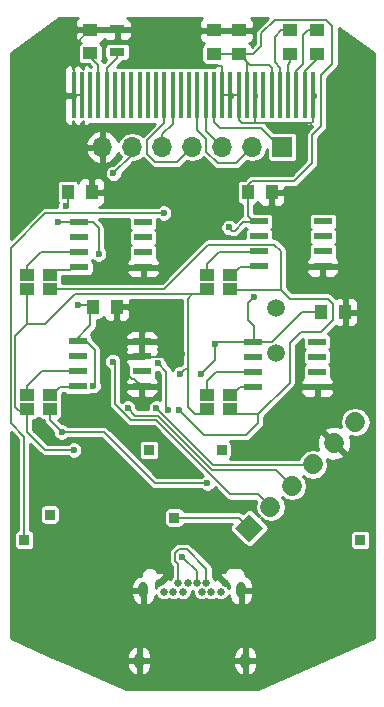
<source format=gbr>
G04 #@! TF.FileFunction,Copper,L2,Bot,Signal*
%FSLAX46Y46*%
G04 Gerber Fmt 4.6, Leading zero omitted, Abs format (unit mm)*
G04 Created by KiCad (PCBNEW 4.0.7-e2-6376~58~ubuntu16.04.1) date Tue Nov 14 14:50:52 2017*
%MOMM*%
%LPD*%
G01*
G04 APERTURE LIST*
%ADD10C,0.100000*%
%ADD11C,1.700000*%
%ADD12R,1.700000X1.700000*%
%ADD13O,1.700000X1.700000*%
%ADD14R,0.850000X0.850000*%
%ADD15O,0.800000X1.400000*%
%ADD16C,0.650000*%
%ADD17R,1.300000X0.700000*%
%ADD18R,1.550000X0.600000*%
%ADD19R,1.000000X1.250000*%
%ADD20R,1.250000X1.000000*%
%ADD21R,0.400000X4.000000*%
%ADD22C,1.500000*%
%ADD23C,0.600000*%
%ADD24C,0.200000*%
%ADD25C,0.254000*%
G04 APERTURE END LIST*
D10*
G36*
X221928082Y-108458000D02*
X220726000Y-109660082D01*
X219523918Y-108458000D01*
X220726000Y-107255918D01*
X221928082Y-108458000D01*
X221928082Y-108458000D01*
G37*
D11*
X222522051Y-106661949D02*
X222522051Y-106661949D01*
X224318102Y-104865898D02*
X224318102Y-104865898D01*
X226114154Y-103069846D02*
X226114154Y-103069846D01*
X227910205Y-101273795D02*
X227910205Y-101273795D01*
X229706256Y-99477744D02*
X229706256Y-99477744D01*
D12*
X223520000Y-76200000D03*
D13*
X220980000Y-76200000D03*
X218440000Y-76200000D03*
X215900000Y-76200000D03*
X213360000Y-76200000D03*
X210820000Y-76200000D03*
X208280000Y-76200000D03*
D14*
X203835000Y-107315000D03*
X212242400Y-101854000D03*
X218389200Y-101854000D03*
X201676000Y-109474000D03*
X230124000Y-109474000D03*
X214376000Y-107569000D03*
D15*
X211770000Y-113730000D03*
X220030000Y-113730000D03*
X220390000Y-119680000D03*
X211410000Y-119680000D03*
D16*
X218700000Y-113130000D03*
X217100000Y-113130000D03*
X216300000Y-113130000D03*
X215500000Y-113130000D03*
X214700000Y-113130000D03*
X213100000Y-113130000D03*
X218300000Y-113830000D03*
X217500000Y-113830000D03*
X216700000Y-113830000D03*
X215100000Y-113830000D03*
X214300000Y-113830000D03*
X213500000Y-113830000D03*
D17*
X209550000Y-68133000D03*
X209550000Y-66233000D03*
D18*
X211640400Y-92659200D03*
X211640400Y-93929200D03*
X211640400Y-95199200D03*
X211640400Y-96469200D03*
X206240400Y-96469200D03*
X206240400Y-95199200D03*
X206240400Y-93929200D03*
X206240400Y-92659200D03*
X226956600Y-82499200D03*
X226956600Y-83769200D03*
X226956600Y-85039200D03*
X226956600Y-86309200D03*
X221556600Y-86309200D03*
X221556600Y-85039200D03*
X221556600Y-83769200D03*
X221556600Y-82499200D03*
X226474000Y-92684600D03*
X226474000Y-93954600D03*
X226474000Y-95224600D03*
X226474000Y-96494600D03*
X221074000Y-96494600D03*
X221074000Y-95224600D03*
X221074000Y-93954600D03*
X221074000Y-92684600D03*
X211742000Y-82575400D03*
X211742000Y-83845400D03*
X211742000Y-85115400D03*
X211742000Y-86385400D03*
X206342000Y-86385400D03*
X206342000Y-85115400D03*
X206342000Y-83845400D03*
X206342000Y-82575400D03*
D19*
X209508600Y-89738200D03*
X207508600Y-89738200D03*
X222615000Y-80010000D03*
X220615000Y-80010000D03*
X228838000Y-90170000D03*
X226838000Y-90170000D03*
X207375000Y-80010000D03*
X205375000Y-80010000D03*
D20*
X226441000Y-68310000D03*
X226441000Y-66310000D03*
X224218500Y-68310000D03*
X224218500Y-66310000D03*
X219900500Y-68310000D03*
X219900500Y-66310000D03*
X217741500Y-68310000D03*
X217741500Y-66310000D03*
X207264000Y-68246500D03*
X207264000Y-66246500D03*
X201930000Y-97218500D03*
X201930000Y-98361500D03*
X203835000Y-97218500D03*
X203835000Y-98361500D03*
X217170000Y-97218500D03*
X217170000Y-98361500D03*
X219075000Y-97218500D03*
X219075000Y-98361500D03*
X217170000Y-87058500D03*
X217170000Y-88201500D03*
X219075000Y-87058500D03*
X219075000Y-88201500D03*
X201930000Y-87058500D03*
X201930000Y-88201500D03*
X203835000Y-87058500D03*
X203835000Y-88201500D03*
D21*
X226123500Y-71818500D03*
X225425000Y-71818500D03*
X224726500Y-71818500D03*
X224028000Y-71818500D03*
X223329500Y-71818500D03*
X222631000Y-71818500D03*
X221932500Y-71818500D03*
X221234000Y-71818500D03*
X220535500Y-71818500D03*
X219837000Y-71818500D03*
X219138500Y-71818500D03*
X218440000Y-71818500D03*
X217741500Y-71818500D03*
X217043000Y-71818500D03*
X216344500Y-71818500D03*
X215646000Y-71818500D03*
X214947500Y-71818500D03*
X214249000Y-71818500D03*
X213550500Y-71818500D03*
X212852000Y-71818500D03*
X212153500Y-71818500D03*
X211455000Y-71818500D03*
X210756500Y-71818500D03*
X210058000Y-71818500D03*
X209359500Y-71818500D03*
X208661000Y-71818500D03*
X207962500Y-71818500D03*
X207264000Y-71818500D03*
X206565500Y-71818500D03*
X205867000Y-71818500D03*
D22*
X223012000Y-93599000D03*
X223012000Y-89799000D03*
D23*
X210312000Y-95377000D03*
X215011000Y-93726000D03*
X208661000Y-80518000D03*
X204520800Y-82550000D03*
X205181200Y-81178400D03*
X207975200Y-85267800D03*
X218998800Y-83007200D03*
X216662000Y-95377000D03*
X207518000Y-96393000D03*
X206248000Y-89535000D03*
X221107000Y-88900000D03*
X217805000Y-92837000D03*
X209232500Y-78422500D03*
X209169000Y-94361000D03*
X210439000Y-98298000D03*
X212852000Y-98298000D03*
X213868000Y-98475800D03*
X213004400Y-94513400D03*
X213487000Y-81788000D03*
X205867000Y-101854000D03*
X214884000Y-95377000D03*
X217170000Y-104648000D03*
X214757000Y-98425000D03*
X204851000Y-100330000D03*
X215074500Y-110871000D03*
D24*
X211005400Y-95834200D02*
X211640400Y-96469200D01*
X210769200Y-95834200D02*
X211005400Y-95834200D01*
X210312000Y-95377000D02*
X210769200Y-95834200D01*
X221234000Y-74168000D02*
X221234000Y-71818500D01*
X226123500Y-71818500D02*
X226123500Y-74041000D01*
X219837000Y-73914000D02*
X219837000Y-71818500D01*
X220091000Y-74168000D02*
X219837000Y-73914000D01*
X225996500Y-74168000D02*
X221234000Y-74168000D01*
X221234000Y-74168000D02*
X220091000Y-74168000D01*
X226123500Y-74041000D02*
X225996500Y-74168000D01*
X218440000Y-71818500D02*
X218440000Y-69405500D01*
X216773000Y-66310000D02*
X217741500Y-66310000D01*
X216408000Y-66675000D02*
X216773000Y-66310000D01*
X216408000Y-69024500D02*
X216408000Y-66675000D01*
X216725500Y-69342000D02*
X216408000Y-69024500D01*
X218376500Y-69342000D02*
X216725500Y-69342000D01*
X218440000Y-69405500D02*
X218376500Y-69342000D01*
X219837000Y-71818500D02*
X219138500Y-71818500D01*
X219138500Y-71818500D02*
X218440000Y-71818500D01*
X217741500Y-66310000D02*
X219900500Y-66310000D01*
X205867000Y-71818500D02*
X205867000Y-67643500D01*
X205867000Y-67643500D02*
X207277500Y-66233000D01*
X207277500Y-66233000D02*
X217664500Y-66233000D01*
X217664500Y-66233000D02*
X217741500Y-66310000D01*
X206565500Y-71818500D02*
X205867000Y-71818500D01*
X214757000Y-93980000D02*
X213250000Y-93980000D01*
X215011000Y-93726000D02*
X214757000Y-93980000D01*
X212090000Y-93980000D02*
X213250000Y-93980000D01*
X207375000Y-80010000D02*
X208153000Y-80010000D01*
X208153000Y-80010000D02*
X208661000Y-80518000D01*
X205375000Y-80010000D02*
X205375000Y-80984600D01*
X205181200Y-81178400D02*
X205375000Y-80984600D01*
X206342000Y-82575400D02*
X207492600Y-82575400D01*
X207975200Y-83058000D02*
X207975200Y-85267800D01*
X207492600Y-82575400D02*
X207975200Y-83058000D01*
X219278200Y-83286600D02*
X219481400Y-83286600D01*
X218998800Y-83007200D02*
X219278200Y-83286600D01*
X206248000Y-89535000D02*
X207305400Y-89535000D01*
X207305400Y-89535000D02*
X207508600Y-89738200D01*
X226838000Y-90170000D02*
X225171000Y-90170000D01*
X222631000Y-92710000D02*
X221107000Y-92710000D01*
X225171000Y-90170000D02*
X222631000Y-92710000D01*
X205867000Y-82550000D02*
X204520800Y-82550000D01*
X205867000Y-82550000D02*
X206883000Y-82550000D01*
X220615000Y-80010000D02*
X220615000Y-79422500D01*
X220615000Y-79422500D02*
X220980000Y-79057500D01*
X221059500Y-68310000D02*
X219900500Y-68310000D01*
X221742000Y-67627500D02*
X221059500Y-68310000D01*
X221742000Y-66548000D02*
X221742000Y-67627500D01*
X222885000Y-65405000D02*
X221742000Y-66548000D01*
X227266500Y-65405000D02*
X222885000Y-65405000D01*
X227774500Y-65913000D02*
X227266500Y-65405000D01*
X227774500Y-69151500D02*
X227774500Y-65913000D01*
X226822000Y-70104000D02*
X227774500Y-69151500D01*
X226822000Y-74422000D02*
X226822000Y-70104000D01*
X226060000Y-75184000D02*
X226822000Y-74422000D01*
X226060000Y-77533500D02*
X226060000Y-75184000D01*
X224536000Y-79057500D02*
X226060000Y-77533500D01*
X220980000Y-79057500D02*
X224536000Y-79057500D01*
X222631000Y-71818500D02*
X222631000Y-69469000D01*
X220805500Y-69215000D02*
X219900500Y-68310000D01*
X222377000Y-69215000D02*
X220805500Y-69215000D01*
X222631000Y-69469000D02*
X222377000Y-69215000D01*
X217741500Y-68310000D02*
X219900500Y-68310000D01*
X220535500Y-71818500D02*
X220535500Y-68945000D01*
X220535500Y-68945000D02*
X219900500Y-68310000D01*
X220218000Y-82550000D02*
X221107000Y-82550000D01*
X219481400Y-83286600D02*
X220218000Y-82550000D01*
X217805000Y-94234000D02*
X217805000Y-92837000D01*
X216662000Y-95377000D02*
X217805000Y-94234000D01*
X207010000Y-92710000D02*
X205867000Y-92710000D01*
X207645000Y-93345000D02*
X207010000Y-92710000D01*
X207645000Y-96266000D02*
X207645000Y-93345000D01*
X207518000Y-96393000D02*
X207645000Y-96266000D01*
X220583000Y-90805000D02*
X220583000Y-89424000D01*
X220583000Y-89424000D02*
X221107000Y-88900000D01*
X217932000Y-92710000D02*
X221107000Y-92710000D01*
X217805000Y-92837000D02*
X217932000Y-92710000D01*
X221107000Y-92710000D02*
X221107000Y-91329000D01*
X221107000Y-91329000D02*
X220583000Y-90805000D01*
X220615000Y-80010000D02*
X220615000Y-82058000D01*
X220615000Y-82058000D02*
X221107000Y-82550000D01*
X207280000Y-90170000D02*
X207280000Y-91297000D01*
X207280000Y-91297000D02*
X205867000Y-92710000D01*
X214376000Y-107569000D02*
X219837000Y-107569000D01*
X219837000Y-107569000D02*
X220726000Y-108458000D01*
X209232500Y-78422500D02*
X210820000Y-76835000D01*
X210820000Y-76200000D02*
X210820000Y-75438000D01*
X209169000Y-94361000D02*
X209359500Y-94551500D01*
X209359500Y-94551500D02*
X209359500Y-97980500D01*
X209359500Y-97980500D02*
X210693000Y-99314000D01*
X210693000Y-99314000D02*
X212852000Y-99314000D01*
X212852000Y-99314000D02*
X219138500Y-105600500D01*
X219138500Y-105600500D02*
X221460602Y-105600500D01*
X221460602Y-105600500D02*
X222522051Y-106661949D01*
X222957204Y-103505000D02*
X224318102Y-104865898D01*
X217551000Y-103505000D02*
X222957204Y-103505000D01*
X212979000Y-98933000D02*
X217551000Y-103505000D01*
X211074000Y-98933000D02*
X212979000Y-98933000D01*
X210439000Y-98298000D02*
X211074000Y-98933000D01*
X217678000Y-103124000D02*
X226060000Y-103124000D01*
X212852000Y-98298000D02*
X217678000Y-103124000D01*
X226060000Y-103124000D02*
X226114154Y-103069846D01*
X213715600Y-98323400D02*
X213868000Y-98475800D01*
X213715600Y-95224600D02*
X213715600Y-98323400D01*
X213004400Y-94513400D02*
X213715600Y-95224600D01*
X211391500Y-81788000D02*
X203454000Y-81788000D01*
X201676000Y-109474000D02*
X201676000Y-100711000D01*
X211391500Y-81788000D02*
X213487000Y-81788000D01*
X200533000Y-84709000D02*
X203454000Y-81788000D01*
X200533000Y-99568000D02*
X200533000Y-84709000D01*
X201676000Y-100711000D02*
X200533000Y-99568000D01*
X201930000Y-91186000D02*
X203454000Y-91186000D01*
X205994000Y-88646000D02*
X216725500Y-88646000D01*
X203454000Y-91186000D02*
X205994000Y-88646000D01*
X216725500Y-88646000D02*
X217170000Y-88201500D01*
X201930000Y-88630000D02*
X201406000Y-88630000D01*
X201930000Y-98790000D02*
X201533000Y-98790000D01*
X201533000Y-98790000D02*
X200914000Y-98171000D01*
X200914000Y-98171000D02*
X200914000Y-92202000D01*
X200914000Y-92202000D02*
X201930000Y-91186000D01*
X201930000Y-91186000D02*
X201930000Y-88630000D01*
X201930000Y-98790000D02*
X201930000Y-100330000D01*
X203454000Y-101854000D02*
X205867000Y-101854000D01*
X201930000Y-100330000D02*
X203454000Y-101854000D01*
X215519000Y-94996000D02*
X215265000Y-94996000D01*
X215265000Y-94996000D02*
X214884000Y-95377000D01*
X216154000Y-88630000D02*
X215916000Y-88630000D01*
X216154000Y-88630000D02*
X217170000Y-88630000D01*
X216138000Y-98790000D02*
X217170000Y-98790000D01*
X215519000Y-98171000D02*
X216138000Y-98790000D01*
X215519000Y-89027000D02*
X215519000Y-94996000D01*
X215519000Y-94996000D02*
X215519000Y-98171000D01*
X215916000Y-88630000D02*
X215519000Y-89027000D01*
X225488500Y-91821000D02*
X225107500Y-91821000D01*
X225107500Y-91821000D02*
X224155000Y-92773500D01*
X226822000Y-91821000D02*
X225488500Y-91821000D01*
X204851000Y-100330000D02*
X208407000Y-100330000D01*
X212725000Y-104648000D02*
X217170000Y-104648000D01*
X208407000Y-100330000D02*
X212725000Y-104648000D01*
X216916000Y-100584000D02*
X220472000Y-100584000D01*
X220472000Y-100584000D02*
X221488000Y-99568000D01*
X221488000Y-99568000D02*
X221488000Y-98790000D01*
X214757000Y-98425000D02*
X216916000Y-100584000D01*
X221488000Y-98790000D02*
X221504000Y-98790000D01*
X221504000Y-98790000D02*
X224155000Y-96139000D01*
X224155000Y-96139000D02*
X224155000Y-92773500D01*
X203835000Y-88201500D02*
X213525100Y-88201500D01*
X223393000Y-84988400D02*
X223393000Y-88265000D01*
X222859600Y-84455000D02*
X223393000Y-84988400D01*
X217271600Y-84455000D02*
X222859600Y-84455000D01*
X213525100Y-88201500D02*
X217271600Y-84455000D01*
X224155000Y-89027000D02*
X227393500Y-89027000D01*
X227838000Y-90805000D02*
X226822000Y-91821000D01*
X227838000Y-89471500D02*
X227838000Y-90805000D01*
X227393500Y-89027000D02*
X227838000Y-89471500D01*
X219075000Y-98790000D02*
X221488000Y-98790000D01*
X203835000Y-98790000D02*
X203835000Y-99314000D01*
X203835000Y-99314000D02*
X204851000Y-100330000D01*
X224155000Y-89027000D02*
X223393000Y-88265000D01*
X223393000Y-88265000D02*
X219440000Y-88265000D01*
X219440000Y-88265000D02*
X219075000Y-88630000D01*
X214700000Y-113130000D02*
X214700000Y-111512500D01*
X217100000Y-111880500D02*
X217100000Y-113130000D01*
X215455500Y-110236000D02*
X217100000Y-111880500D01*
X214757000Y-110236000D02*
X215455500Y-110236000D01*
X214439500Y-110553500D02*
X214757000Y-110236000D01*
X214439500Y-111252000D02*
X214439500Y-110553500D01*
X214700000Y-111512500D02*
X214439500Y-111252000D01*
X216300000Y-113130000D02*
X216300000Y-112096500D01*
X216300000Y-112096500D02*
X215074500Y-110871000D01*
X201930000Y-97218500D02*
X201930000Y-96418400D01*
X203149200Y-95199200D02*
X206240400Y-95199200D01*
X201930000Y-96418400D02*
X203149200Y-95199200D01*
X217932000Y-95250000D02*
X221090000Y-95250000D01*
X217170000Y-96012000D02*
X217932000Y-95250000D01*
X217170000Y-96790000D02*
X217170000Y-96012000D01*
X219075000Y-86630000D02*
X219694000Y-86630000D01*
X219694000Y-86630000D02*
X219964000Y-86360000D01*
X219964000Y-86360000D02*
X221090000Y-86360000D01*
X201930000Y-86630000D02*
X201930000Y-86233000D01*
X201930000Y-86233000D02*
X203073000Y-85090000D01*
X203073000Y-85090000D02*
X205850000Y-85090000D01*
X226441000Y-68310000D02*
X226441000Y-68770500D01*
X226441000Y-68770500D02*
X225425000Y-69786500D01*
X225425000Y-69786500D02*
X225425000Y-71818500D01*
X224726500Y-71818500D02*
X224726500Y-69723000D01*
X225726500Y-66310000D02*
X226441000Y-66310000D01*
X225298000Y-66738500D02*
X225726500Y-66310000D01*
X225298000Y-69151500D02*
X225298000Y-66738500D01*
X224726500Y-69723000D02*
X225298000Y-69151500D01*
X224218500Y-68310000D02*
X224218500Y-69024500D01*
X224028000Y-69215000D02*
X224028000Y-71818500D01*
X224218500Y-69024500D02*
X224028000Y-69215000D01*
X223329500Y-71818500D02*
X223329500Y-69469000D01*
X223440500Y-66310000D02*
X224218500Y-66310000D01*
X222885000Y-66865500D02*
X223440500Y-66310000D01*
X222885000Y-69024500D02*
X222885000Y-66865500D01*
X223329500Y-69469000D02*
X222885000Y-69024500D01*
X207264000Y-68246500D02*
X207264000Y-68580000D01*
X207264000Y-68580000D02*
X207962500Y-69278500D01*
X207962500Y-69278500D02*
X207962500Y-71818500D01*
X223520000Y-76200000D02*
X223329500Y-76200000D01*
X223329500Y-76200000D02*
X221742000Y-74612500D01*
X217741500Y-74104500D02*
X217741500Y-71818500D01*
X218249500Y-74612500D02*
X217741500Y-74104500D01*
X221742000Y-74612500D02*
X218249500Y-74612500D01*
X216344500Y-71818500D02*
X216344500Y-74739500D01*
X219646500Y-77533500D02*
X220980000Y-76200000D01*
X218059000Y-77533500D02*
X219646500Y-77533500D01*
X217106500Y-76581000D02*
X218059000Y-77533500D01*
X217106500Y-75501500D02*
X217106500Y-76581000D01*
X216344500Y-74739500D02*
X217106500Y-75501500D01*
X217043000Y-71818500D02*
X217043000Y-74803000D01*
X217043000Y-74803000D02*
X218440000Y-76200000D01*
X213550500Y-71818500D02*
X213550500Y-74168000D01*
X214630000Y-77470000D02*
X215900000Y-76200000D01*
X212788500Y-77470000D02*
X214630000Y-77470000D01*
X212090000Y-76771500D02*
X212788500Y-77470000D01*
X212090000Y-75628500D02*
X212090000Y-76771500D01*
X213550500Y-74168000D02*
X212090000Y-75628500D01*
X215900000Y-76200000D02*
X216027000Y-76200000D01*
X213360000Y-76200000D02*
X213360000Y-75120500D01*
X214249000Y-74231500D02*
X214249000Y-71818500D01*
X213360000Y-75120500D02*
X214249000Y-74231500D01*
X213360000Y-76200000D02*
X213677500Y-76200000D01*
X209550000Y-68133000D02*
X209550000Y-68643500D01*
X208661000Y-69532500D02*
X208661000Y-71818500D01*
X209550000Y-68643500D02*
X208661000Y-69532500D01*
X217170000Y-86630000D02*
X217170000Y-86106000D01*
X217170000Y-86106000D02*
X218186000Y-85090000D01*
X218186000Y-85090000D02*
X221090000Y-85090000D01*
X203835000Y-96790000D02*
X204454000Y-96790000D01*
X204454000Y-96790000D02*
X204724000Y-96520000D01*
X204724000Y-96520000D02*
X205850000Y-96520000D01*
X219075000Y-96790000D02*
X219694000Y-96790000D01*
X219694000Y-96790000D02*
X219964000Y-96520000D01*
X219964000Y-96520000D02*
X221090000Y-96520000D01*
X203835000Y-86630000D02*
X205580000Y-86630000D01*
X205580000Y-86630000D02*
X205850000Y-86360000D01*
D25*
G36*
X231273000Y-68203338D02*
X231273000Y-117781684D01*
X221509992Y-122053000D01*
X210290008Y-122053000D01*
X205156294Y-119807000D01*
X210375000Y-119807000D01*
X210375000Y-120107000D01*
X210502385Y-120493410D01*
X210767947Y-120801658D01*
X211123877Y-120974666D01*
X211283000Y-120846998D01*
X211283000Y-119807000D01*
X211537000Y-119807000D01*
X211537000Y-120846998D01*
X211696123Y-120974666D01*
X212052053Y-120801658D01*
X212317615Y-120493410D01*
X212445000Y-120107000D01*
X212445000Y-119807000D01*
X219355000Y-119807000D01*
X219355000Y-120107000D01*
X219482385Y-120493410D01*
X219747947Y-120801658D01*
X220103877Y-120974666D01*
X220263000Y-120846998D01*
X220263000Y-119807000D01*
X220517000Y-119807000D01*
X220517000Y-120846998D01*
X220676123Y-120974666D01*
X221032053Y-120801658D01*
X221297615Y-120493410D01*
X221425000Y-120107000D01*
X221425000Y-119807000D01*
X220517000Y-119807000D01*
X220263000Y-119807000D01*
X219355000Y-119807000D01*
X212445000Y-119807000D01*
X211537000Y-119807000D01*
X211283000Y-119807000D01*
X210375000Y-119807000D01*
X205156294Y-119807000D01*
X203890009Y-119253000D01*
X210375000Y-119253000D01*
X210375000Y-119553000D01*
X211283000Y-119553000D01*
X211283000Y-118513002D01*
X211537000Y-118513002D01*
X211537000Y-119553000D01*
X212445000Y-119553000D01*
X212445000Y-119253000D01*
X219355000Y-119253000D01*
X219355000Y-119553000D01*
X220263000Y-119553000D01*
X220263000Y-118513002D01*
X220517000Y-118513002D01*
X220517000Y-119553000D01*
X221425000Y-119553000D01*
X221425000Y-119253000D01*
X221297615Y-118866590D01*
X221032053Y-118558342D01*
X220676123Y-118385334D01*
X220517000Y-118513002D01*
X220263000Y-118513002D01*
X220103877Y-118385334D01*
X219747947Y-118558342D01*
X219482385Y-118866590D01*
X219355000Y-119253000D01*
X212445000Y-119253000D01*
X212317615Y-118866590D01*
X212052053Y-118558342D01*
X211696123Y-118385334D01*
X211537000Y-118513002D01*
X211283000Y-118513002D01*
X211123877Y-118385334D01*
X210767947Y-118558342D01*
X210502385Y-118866590D01*
X210375000Y-119253000D01*
X203890009Y-119253000D01*
X200527000Y-117781684D01*
X200527000Y-113857000D01*
X210735000Y-113857000D01*
X210735000Y-114157000D01*
X210862385Y-114543410D01*
X211127947Y-114851658D01*
X211483877Y-115024666D01*
X211643000Y-114896998D01*
X211643000Y-113857000D01*
X210735000Y-113857000D01*
X200527000Y-113857000D01*
X200527000Y-113303000D01*
X210735000Y-113303000D01*
X210735000Y-113603000D01*
X211643000Y-113603000D01*
X211643000Y-113583000D01*
X211897000Y-113583000D01*
X211897000Y-113603000D01*
X211917000Y-113603000D01*
X211917000Y-113857000D01*
X211897000Y-113857000D01*
X211897000Y-114896998D01*
X212056123Y-115024666D01*
X212412053Y-114851658D01*
X212677615Y-114543410D01*
X212805000Y-114157000D01*
X212805000Y-114117194D01*
X212862113Y-114255418D01*
X213073470Y-114467143D01*
X213349762Y-114581870D01*
X213648926Y-114582131D01*
X213900278Y-114478275D01*
X214149762Y-114581870D01*
X214448926Y-114582131D01*
X214700278Y-114478275D01*
X214949762Y-114581870D01*
X215248926Y-114582131D01*
X215525418Y-114467887D01*
X215737143Y-114256530D01*
X215851870Y-113980238D01*
X215852029Y-113798211D01*
X215900278Y-113778275D01*
X215948027Y-113798102D01*
X215947869Y-113978926D01*
X216062113Y-114255418D01*
X216273470Y-114467143D01*
X216549762Y-114581870D01*
X216848926Y-114582131D01*
X217100278Y-114478275D01*
X217349762Y-114581870D01*
X217648926Y-114582131D01*
X217900278Y-114478275D01*
X218149762Y-114581870D01*
X218448926Y-114582131D01*
X218725418Y-114467887D01*
X218937143Y-114256530D01*
X218995000Y-114117196D01*
X218995000Y-114157000D01*
X219122385Y-114543410D01*
X219387947Y-114851658D01*
X219743877Y-115024666D01*
X219903000Y-114896998D01*
X219903000Y-113857000D01*
X220157000Y-113857000D01*
X220157000Y-114896998D01*
X220316123Y-115024666D01*
X220672053Y-114851658D01*
X220937615Y-114543410D01*
X221065000Y-114157000D01*
X221065000Y-113857000D01*
X220157000Y-113857000D01*
X219903000Y-113857000D01*
X219883000Y-113857000D01*
X219883000Y-113603000D01*
X219903000Y-113603000D01*
X219903000Y-113583000D01*
X220157000Y-113583000D01*
X220157000Y-113603000D01*
X221065000Y-113603000D01*
X221065000Y-113303000D01*
X220937615Y-112916590D01*
X220672053Y-112608342D01*
X220418643Y-112485166D01*
X220419671Y-112480000D01*
X220362428Y-112192222D01*
X220199415Y-111948256D01*
X219955449Y-111785243D01*
X219667671Y-111728000D01*
X219332329Y-111728000D01*
X219044551Y-111785243D01*
X218800585Y-111948256D01*
X218652165Y-112170382D01*
X218422738Y-112191283D01*
X218232279Y-112270173D01*
X218216930Y-112467325D01*
X218700000Y-112950395D01*
X218714143Y-112936253D01*
X218893748Y-113115858D01*
X218879605Y-113130000D01*
X219009282Y-113259677D01*
X218995000Y-113303000D01*
X218995000Y-113542806D01*
X218937887Y-113404582D01*
X218726530Y-113192857D01*
X218481511Y-113091116D01*
X218037325Y-112646930D01*
X217840173Y-112662279D01*
X217788706Y-112827573D01*
X217737887Y-112704582D01*
X217627000Y-112593502D01*
X217627000Y-111880500D01*
X217586885Y-111678826D01*
X217586885Y-111678825D01*
X217472645Y-111507855D01*
X215828145Y-109863355D01*
X215657175Y-109749115D01*
X215455500Y-109709000D01*
X214757000Y-109709000D01*
X214555326Y-109749115D01*
X214384355Y-109863355D01*
X214066855Y-110180855D01*
X213952615Y-110351825D01*
X213952615Y-110351826D01*
X213912500Y-110553500D01*
X213912500Y-111252000D01*
X213952615Y-111453675D01*
X214066855Y-111624645D01*
X214173000Y-111730790D01*
X214173000Y-112593518D01*
X214062857Y-112703470D01*
X214019820Y-112807115D01*
X213959827Y-112662279D01*
X213762675Y-112646930D01*
X213318119Y-113091486D01*
X213074582Y-113192113D01*
X212862857Y-113403470D01*
X212805000Y-113542804D01*
X212805000Y-113303000D01*
X212790718Y-113259677D01*
X212920395Y-113130000D01*
X212906253Y-113115858D01*
X213085858Y-112936253D01*
X213100000Y-112950395D01*
X213583070Y-112467325D01*
X213567721Y-112270173D01*
X213203076Y-112156634D01*
X212988144Y-112176214D01*
X212937887Y-112054582D01*
X212726530Y-111842857D01*
X212450238Y-111728130D01*
X212151074Y-111727869D01*
X211874582Y-111842113D01*
X211662857Y-112053470D01*
X211548130Y-112329762D01*
X211547993Y-112486776D01*
X211483877Y-112435334D01*
X211127947Y-112608342D01*
X210862385Y-112916590D01*
X210735000Y-113303000D01*
X200527000Y-113303000D01*
X200527000Y-100307290D01*
X201149000Y-100929290D01*
X201149000Y-108632827D01*
X201092763Y-108643409D01*
X200947433Y-108736927D01*
X200849936Y-108879619D01*
X200815635Y-109049000D01*
X200815635Y-109899000D01*
X200845409Y-110057237D01*
X200938927Y-110202567D01*
X201081619Y-110300064D01*
X201251000Y-110334365D01*
X202101000Y-110334365D01*
X202259237Y-110304591D01*
X202404567Y-110211073D01*
X202502064Y-110068381D01*
X202536365Y-109899000D01*
X202536365Y-109049000D01*
X202506591Y-108890763D01*
X202413073Y-108745433D01*
X202270381Y-108647936D01*
X202203000Y-108634291D01*
X202203000Y-106890000D01*
X202974635Y-106890000D01*
X202974635Y-107740000D01*
X203004409Y-107898237D01*
X203097927Y-108043567D01*
X203240619Y-108141064D01*
X203410000Y-108175365D01*
X204260000Y-108175365D01*
X204418237Y-108145591D01*
X204563567Y-108052073D01*
X204661064Y-107909381D01*
X204695365Y-107740000D01*
X204695365Y-106890000D01*
X204665591Y-106731763D01*
X204572073Y-106586433D01*
X204429381Y-106488936D01*
X204260000Y-106454635D01*
X203410000Y-106454635D01*
X203251763Y-106484409D01*
X203106433Y-106577927D01*
X203008936Y-106720619D01*
X202974635Y-106890000D01*
X202203000Y-106890000D01*
X202203000Y-101348290D01*
X203081354Y-102226645D01*
X203139168Y-102265275D01*
X203252326Y-102340885D01*
X203454000Y-102381000D01*
X205365844Y-102381000D01*
X205454650Y-102469961D01*
X205721756Y-102580874D01*
X206010975Y-102581126D01*
X206278275Y-102470680D01*
X206482961Y-102266350D01*
X206593874Y-101999244D01*
X206594126Y-101710025D01*
X206483680Y-101442725D01*
X206279350Y-101238039D01*
X206012244Y-101127126D01*
X205723025Y-101126874D01*
X205455725Y-101237320D01*
X205365889Y-101327000D01*
X203672291Y-101327000D01*
X202457000Y-100111710D01*
X202457000Y-99296865D01*
X202555000Y-99296865D01*
X202713237Y-99267091D01*
X202858567Y-99173573D01*
X202881656Y-99139781D01*
X202897927Y-99165067D01*
X203040619Y-99262564D01*
X203210000Y-99296865D01*
X203308000Y-99296865D01*
X203308000Y-99314000D01*
X203348115Y-99515675D01*
X203462355Y-99686645D01*
X204123984Y-100348274D01*
X204123874Y-100473975D01*
X204234320Y-100741275D01*
X204438650Y-100945961D01*
X204705756Y-101056874D01*
X204994975Y-101057126D01*
X205262275Y-100946680D01*
X205352111Y-100857000D01*
X208188710Y-100857000D01*
X212352355Y-105020645D01*
X212523325Y-105134885D01*
X212556785Y-105141540D01*
X212725000Y-105175000D01*
X216668844Y-105175000D01*
X216757650Y-105263961D01*
X217024756Y-105374874D01*
X217313975Y-105375126D01*
X217581275Y-105264680D01*
X217785961Y-105060350D01*
X217805648Y-105012939D01*
X218765855Y-105973146D01*
X218900903Y-106063382D01*
X218936826Y-106087385D01*
X219138500Y-106127500D01*
X221242312Y-106127500D01*
X221315578Y-106200766D01*
X221227362Y-106644259D01*
X221324567Y-107132945D01*
X221537694Y-107451912D01*
X221033850Y-106948068D01*
X220900906Y-106857232D01*
X220732014Y-106820595D01*
X220562175Y-106852552D01*
X220418150Y-106948068D01*
X220185798Y-107180420D01*
X220038675Y-107082115D01*
X219837000Y-107042000D01*
X215217173Y-107042000D01*
X215206591Y-106985763D01*
X215113073Y-106840433D01*
X214970381Y-106742936D01*
X214801000Y-106708635D01*
X213951000Y-106708635D01*
X213792763Y-106738409D01*
X213647433Y-106831927D01*
X213549936Y-106974619D01*
X213515635Y-107144000D01*
X213515635Y-107994000D01*
X213545409Y-108152237D01*
X213638927Y-108297567D01*
X213781619Y-108395064D01*
X213951000Y-108429365D01*
X214801000Y-108429365D01*
X214959237Y-108399591D01*
X215104567Y-108306073D01*
X215202064Y-108163381D01*
X215215709Y-108096000D01*
X219270218Y-108096000D01*
X219216068Y-108150150D01*
X219125232Y-108283094D01*
X219088595Y-108451986D01*
X219120552Y-108621825D01*
X219216068Y-108765850D01*
X220418150Y-109967932D01*
X220551094Y-110058768D01*
X220719986Y-110095405D01*
X220889825Y-110063448D01*
X221033850Y-109967932D01*
X221952782Y-109049000D01*
X229263635Y-109049000D01*
X229263635Y-109899000D01*
X229293409Y-110057237D01*
X229386927Y-110202567D01*
X229529619Y-110300064D01*
X229699000Y-110334365D01*
X230549000Y-110334365D01*
X230707237Y-110304591D01*
X230852567Y-110211073D01*
X230950064Y-110068381D01*
X230984365Y-109899000D01*
X230984365Y-109049000D01*
X230954591Y-108890763D01*
X230861073Y-108745433D01*
X230718381Y-108647936D01*
X230549000Y-108613635D01*
X229699000Y-108613635D01*
X229540763Y-108643409D01*
X229395433Y-108736927D01*
X229297936Y-108879619D01*
X229263635Y-109049000D01*
X221952782Y-109049000D01*
X222235932Y-108765850D01*
X222326768Y-108632906D01*
X222363405Y-108464014D01*
X222331448Y-108294175D01*
X222235932Y-108150150D01*
X221732088Y-107646306D01*
X222051055Y-107859433D01*
X222539741Y-107956639D01*
X223028428Y-107859433D01*
X223442716Y-107582614D01*
X223719535Y-107168326D01*
X223816741Y-106679639D01*
X223719535Y-106190953D01*
X223462649Y-105806496D01*
X223847106Y-106063382D01*
X224335792Y-106160588D01*
X224824479Y-106063382D01*
X225238767Y-105786563D01*
X225515586Y-105372275D01*
X225612792Y-104883588D01*
X225515586Y-104394902D01*
X225258698Y-104010442D01*
X225643158Y-104267330D01*
X226131844Y-104364536D01*
X226620531Y-104267330D01*
X227034819Y-103990511D01*
X227311638Y-103576223D01*
X227408844Y-103087536D01*
X227313213Y-102606767D01*
X227688297Y-102742131D01*
X228267097Y-102715281D01*
X228677123Y-102545432D01*
X228753893Y-102297088D01*
X227910205Y-101453400D01*
X227896063Y-101467543D01*
X227716458Y-101287938D01*
X227730600Y-101273795D01*
X226886912Y-100430107D01*
X226638568Y-100506877D01*
X226468719Y-100916903D01*
X226441869Y-101495703D01*
X226577233Y-101870787D01*
X226096464Y-101775157D01*
X225607778Y-101872362D01*
X225193489Y-102149181D01*
X224916670Y-102563470D01*
X224910001Y-102597000D01*
X219108556Y-102597000D01*
X219117767Y-102591073D01*
X219215264Y-102448381D01*
X219249565Y-102279000D01*
X219249565Y-101429000D01*
X219219791Y-101270763D01*
X219126273Y-101125433D01*
X219105150Y-101111000D01*
X220472000Y-101111000D01*
X220673675Y-101070885D01*
X220844645Y-100956645D01*
X221550788Y-100250502D01*
X227066517Y-100250502D01*
X227910205Y-101094190D01*
X227924348Y-101080048D01*
X228103953Y-101259653D01*
X228089810Y-101273795D01*
X228933498Y-102117483D01*
X229181842Y-102040713D01*
X229351691Y-101630687D01*
X229378541Y-101051887D01*
X229243177Y-100676803D01*
X229723946Y-100772434D01*
X230212633Y-100675228D01*
X230626921Y-100398409D01*
X230903740Y-99984121D01*
X231000946Y-99495434D01*
X230903740Y-99006748D01*
X230626921Y-98592459D01*
X230591541Y-98557079D01*
X230177252Y-98280260D01*
X229688566Y-98183055D01*
X229199880Y-98280260D01*
X228785591Y-98557079D01*
X228508772Y-98971368D01*
X228411567Y-99460054D01*
X228507197Y-99940823D01*
X228132113Y-99805459D01*
X227553313Y-99832309D01*
X227143287Y-100002158D01*
X227066517Y-100250502D01*
X221550788Y-100250502D01*
X221860645Y-99940645D01*
X221974885Y-99769675D01*
X222015000Y-99568000D01*
X222015000Y-99024290D01*
X224258940Y-96780350D01*
X225064000Y-96780350D01*
X225064000Y-96920910D01*
X225160673Y-97154299D01*
X225339302Y-97332927D01*
X225572691Y-97429600D01*
X226188250Y-97429600D01*
X226347000Y-97270850D01*
X226347000Y-96621600D01*
X226601000Y-96621600D01*
X226601000Y-97270850D01*
X226759750Y-97429600D01*
X227375309Y-97429600D01*
X227608698Y-97332927D01*
X227787327Y-97154299D01*
X227884000Y-96920910D01*
X227884000Y-96780350D01*
X227725250Y-96621600D01*
X226601000Y-96621600D01*
X226347000Y-96621600D01*
X225222750Y-96621600D01*
X225064000Y-96780350D01*
X224258940Y-96780350D01*
X224527645Y-96511645D01*
X224641885Y-96340675D01*
X224682000Y-96139000D01*
X224682000Y-92991790D01*
X225263635Y-92410156D01*
X225263635Y-92984600D01*
X225293409Y-93142837D01*
X225386927Y-93288167D01*
X225432025Y-93318981D01*
X225395433Y-93342527D01*
X225297936Y-93485219D01*
X225263635Y-93654600D01*
X225263635Y-94254600D01*
X225293409Y-94412837D01*
X225386927Y-94558167D01*
X225432025Y-94588981D01*
X225395433Y-94612527D01*
X225297936Y-94755219D01*
X225263635Y-94924600D01*
X225263635Y-95524600D01*
X225293409Y-95682837D01*
X225300977Y-95694598D01*
X225160673Y-95834901D01*
X225064000Y-96068290D01*
X225064000Y-96208850D01*
X225222750Y-96367600D01*
X226347000Y-96367600D01*
X226347000Y-96347600D01*
X226601000Y-96347600D01*
X226601000Y-96367600D01*
X227725250Y-96367600D01*
X227884000Y-96208850D01*
X227884000Y-96068290D01*
X227787327Y-95834901D01*
X227648579Y-95696154D01*
X227650064Y-95693981D01*
X227684365Y-95524600D01*
X227684365Y-94924600D01*
X227654591Y-94766363D01*
X227561073Y-94621033D01*
X227515975Y-94590219D01*
X227552567Y-94566673D01*
X227650064Y-94423981D01*
X227684365Y-94254600D01*
X227684365Y-93654600D01*
X227654591Y-93496363D01*
X227561073Y-93351033D01*
X227515975Y-93320219D01*
X227552567Y-93296673D01*
X227650064Y-93153981D01*
X227684365Y-92984600D01*
X227684365Y-92384600D01*
X227654591Y-92226363D01*
X227561073Y-92081033D01*
X227418381Y-91983536D01*
X227407049Y-91981241D01*
X228032509Y-91355781D01*
X228211691Y-91430000D01*
X228552250Y-91430000D01*
X228711000Y-91271250D01*
X228711000Y-90297000D01*
X228965000Y-90297000D01*
X228965000Y-91271250D01*
X229123750Y-91430000D01*
X229464309Y-91430000D01*
X229697698Y-91333327D01*
X229876327Y-91154699D01*
X229973000Y-90921310D01*
X229973000Y-90455750D01*
X229814250Y-90297000D01*
X228965000Y-90297000D01*
X228711000Y-90297000D01*
X228691000Y-90297000D01*
X228691000Y-90043000D01*
X228711000Y-90043000D01*
X228711000Y-89068750D01*
X228965000Y-89068750D01*
X228965000Y-90043000D01*
X229814250Y-90043000D01*
X229973000Y-89884250D01*
X229973000Y-89418690D01*
X229876327Y-89185301D01*
X229697698Y-89006673D01*
X229464309Y-88910000D01*
X229123750Y-88910000D01*
X228965000Y-89068750D01*
X228711000Y-89068750D01*
X228552250Y-88910000D01*
X228211691Y-88910000D01*
X228077411Y-88965621D01*
X227766145Y-88654355D01*
X227595175Y-88540115D01*
X227393500Y-88500000D01*
X224373290Y-88500000D01*
X223920000Y-88046710D01*
X223920000Y-86594950D01*
X225546600Y-86594950D01*
X225546600Y-86735510D01*
X225643273Y-86968899D01*
X225821902Y-87147527D01*
X226055291Y-87244200D01*
X226670850Y-87244200D01*
X226829600Y-87085450D01*
X226829600Y-86436200D01*
X227083600Y-86436200D01*
X227083600Y-87085450D01*
X227242350Y-87244200D01*
X227857909Y-87244200D01*
X228091298Y-87147527D01*
X228269927Y-86968899D01*
X228366600Y-86735510D01*
X228366600Y-86594950D01*
X228207850Y-86436200D01*
X227083600Y-86436200D01*
X226829600Y-86436200D01*
X225705350Y-86436200D01*
X225546600Y-86594950D01*
X223920000Y-86594950D01*
X223920000Y-85882890D01*
X225546600Y-85882890D01*
X225546600Y-86023450D01*
X225705350Y-86182200D01*
X226829600Y-86182200D01*
X226829600Y-86162200D01*
X227083600Y-86162200D01*
X227083600Y-86182200D01*
X228207850Y-86182200D01*
X228366600Y-86023450D01*
X228366600Y-85882890D01*
X228269927Y-85649501D01*
X228131179Y-85510754D01*
X228132664Y-85508581D01*
X228166965Y-85339200D01*
X228166965Y-84739200D01*
X228137191Y-84580963D01*
X228043673Y-84435633D01*
X227998575Y-84404819D01*
X228035167Y-84381273D01*
X228132664Y-84238581D01*
X228166965Y-84069200D01*
X228166965Y-83469200D01*
X228137191Y-83310963D01*
X228043673Y-83165633D01*
X227998575Y-83134819D01*
X228035167Y-83111273D01*
X228132664Y-82968581D01*
X228166965Y-82799200D01*
X228166965Y-82199200D01*
X228137191Y-82040963D01*
X228043673Y-81895633D01*
X227900981Y-81798136D01*
X227731600Y-81763835D01*
X226181600Y-81763835D01*
X226023363Y-81793609D01*
X225878033Y-81887127D01*
X225780536Y-82029819D01*
X225746235Y-82199200D01*
X225746235Y-82799200D01*
X225776009Y-82957437D01*
X225869527Y-83102767D01*
X225914625Y-83133581D01*
X225878033Y-83157127D01*
X225780536Y-83299819D01*
X225746235Y-83469200D01*
X225746235Y-84069200D01*
X225776009Y-84227437D01*
X225869527Y-84372767D01*
X225914625Y-84403581D01*
X225878033Y-84427127D01*
X225780536Y-84569819D01*
X225746235Y-84739200D01*
X225746235Y-85339200D01*
X225776009Y-85497437D01*
X225783577Y-85509198D01*
X225643273Y-85649501D01*
X225546600Y-85882890D01*
X223920000Y-85882890D01*
X223920000Y-84988400D01*
X223879885Y-84786726D01*
X223848129Y-84739200D01*
X223765646Y-84615755D01*
X223232245Y-84082355D01*
X223061275Y-83968115D01*
X222859600Y-83928000D01*
X222766965Y-83928000D01*
X222766965Y-83469200D01*
X222737191Y-83310963D01*
X222643673Y-83165633D01*
X222598575Y-83134819D01*
X222635167Y-83111273D01*
X222732664Y-82968581D01*
X222766965Y-82799200D01*
X222766965Y-82199200D01*
X222737191Y-82040963D01*
X222643673Y-81895633D01*
X222500981Y-81798136D01*
X222331600Y-81763835D01*
X221142000Y-81763835D01*
X221142000Y-81065285D01*
X221273237Y-81040591D01*
X221418567Y-80947073D01*
X221504719Y-80820986D01*
X221576673Y-80994699D01*
X221755302Y-81173327D01*
X221988691Y-81270000D01*
X222329250Y-81270000D01*
X222488000Y-81111250D01*
X222488000Y-80137000D01*
X222742000Y-80137000D01*
X222742000Y-81111250D01*
X222900750Y-81270000D01*
X223241309Y-81270000D01*
X223474698Y-81173327D01*
X223653327Y-80994699D01*
X223750000Y-80761310D01*
X223750000Y-80295750D01*
X223591250Y-80137000D01*
X222742000Y-80137000D01*
X222488000Y-80137000D01*
X222468000Y-80137000D01*
X222468000Y-79883000D01*
X222488000Y-79883000D01*
X222488000Y-79863000D01*
X222742000Y-79863000D01*
X222742000Y-79883000D01*
X223591250Y-79883000D01*
X223750000Y-79724250D01*
X223750000Y-79584500D01*
X224536000Y-79584500D01*
X224737675Y-79544385D01*
X224908645Y-79430145D01*
X226432645Y-77906146D01*
X226546884Y-77735175D01*
X226546885Y-77735174D01*
X226587000Y-77533500D01*
X226587000Y-75402290D01*
X227194645Y-74794645D01*
X227308885Y-74623674D01*
X227349000Y-74422000D01*
X227349000Y-70322290D01*
X228147145Y-69524146D01*
X228232004Y-69397145D01*
X228261385Y-69353174D01*
X228301500Y-69151500D01*
X228301500Y-66080838D01*
X231273000Y-68203338D01*
X231273000Y-68203338D01*
G37*
X231273000Y-68203338D02*
X231273000Y-117781684D01*
X221509992Y-122053000D01*
X210290008Y-122053000D01*
X205156294Y-119807000D01*
X210375000Y-119807000D01*
X210375000Y-120107000D01*
X210502385Y-120493410D01*
X210767947Y-120801658D01*
X211123877Y-120974666D01*
X211283000Y-120846998D01*
X211283000Y-119807000D01*
X211537000Y-119807000D01*
X211537000Y-120846998D01*
X211696123Y-120974666D01*
X212052053Y-120801658D01*
X212317615Y-120493410D01*
X212445000Y-120107000D01*
X212445000Y-119807000D01*
X219355000Y-119807000D01*
X219355000Y-120107000D01*
X219482385Y-120493410D01*
X219747947Y-120801658D01*
X220103877Y-120974666D01*
X220263000Y-120846998D01*
X220263000Y-119807000D01*
X220517000Y-119807000D01*
X220517000Y-120846998D01*
X220676123Y-120974666D01*
X221032053Y-120801658D01*
X221297615Y-120493410D01*
X221425000Y-120107000D01*
X221425000Y-119807000D01*
X220517000Y-119807000D01*
X220263000Y-119807000D01*
X219355000Y-119807000D01*
X212445000Y-119807000D01*
X211537000Y-119807000D01*
X211283000Y-119807000D01*
X210375000Y-119807000D01*
X205156294Y-119807000D01*
X203890009Y-119253000D01*
X210375000Y-119253000D01*
X210375000Y-119553000D01*
X211283000Y-119553000D01*
X211283000Y-118513002D01*
X211537000Y-118513002D01*
X211537000Y-119553000D01*
X212445000Y-119553000D01*
X212445000Y-119253000D01*
X219355000Y-119253000D01*
X219355000Y-119553000D01*
X220263000Y-119553000D01*
X220263000Y-118513002D01*
X220517000Y-118513002D01*
X220517000Y-119553000D01*
X221425000Y-119553000D01*
X221425000Y-119253000D01*
X221297615Y-118866590D01*
X221032053Y-118558342D01*
X220676123Y-118385334D01*
X220517000Y-118513002D01*
X220263000Y-118513002D01*
X220103877Y-118385334D01*
X219747947Y-118558342D01*
X219482385Y-118866590D01*
X219355000Y-119253000D01*
X212445000Y-119253000D01*
X212317615Y-118866590D01*
X212052053Y-118558342D01*
X211696123Y-118385334D01*
X211537000Y-118513002D01*
X211283000Y-118513002D01*
X211123877Y-118385334D01*
X210767947Y-118558342D01*
X210502385Y-118866590D01*
X210375000Y-119253000D01*
X203890009Y-119253000D01*
X200527000Y-117781684D01*
X200527000Y-113857000D01*
X210735000Y-113857000D01*
X210735000Y-114157000D01*
X210862385Y-114543410D01*
X211127947Y-114851658D01*
X211483877Y-115024666D01*
X211643000Y-114896998D01*
X211643000Y-113857000D01*
X210735000Y-113857000D01*
X200527000Y-113857000D01*
X200527000Y-113303000D01*
X210735000Y-113303000D01*
X210735000Y-113603000D01*
X211643000Y-113603000D01*
X211643000Y-113583000D01*
X211897000Y-113583000D01*
X211897000Y-113603000D01*
X211917000Y-113603000D01*
X211917000Y-113857000D01*
X211897000Y-113857000D01*
X211897000Y-114896998D01*
X212056123Y-115024666D01*
X212412053Y-114851658D01*
X212677615Y-114543410D01*
X212805000Y-114157000D01*
X212805000Y-114117194D01*
X212862113Y-114255418D01*
X213073470Y-114467143D01*
X213349762Y-114581870D01*
X213648926Y-114582131D01*
X213900278Y-114478275D01*
X214149762Y-114581870D01*
X214448926Y-114582131D01*
X214700278Y-114478275D01*
X214949762Y-114581870D01*
X215248926Y-114582131D01*
X215525418Y-114467887D01*
X215737143Y-114256530D01*
X215851870Y-113980238D01*
X215852029Y-113798211D01*
X215900278Y-113778275D01*
X215948027Y-113798102D01*
X215947869Y-113978926D01*
X216062113Y-114255418D01*
X216273470Y-114467143D01*
X216549762Y-114581870D01*
X216848926Y-114582131D01*
X217100278Y-114478275D01*
X217349762Y-114581870D01*
X217648926Y-114582131D01*
X217900278Y-114478275D01*
X218149762Y-114581870D01*
X218448926Y-114582131D01*
X218725418Y-114467887D01*
X218937143Y-114256530D01*
X218995000Y-114117196D01*
X218995000Y-114157000D01*
X219122385Y-114543410D01*
X219387947Y-114851658D01*
X219743877Y-115024666D01*
X219903000Y-114896998D01*
X219903000Y-113857000D01*
X220157000Y-113857000D01*
X220157000Y-114896998D01*
X220316123Y-115024666D01*
X220672053Y-114851658D01*
X220937615Y-114543410D01*
X221065000Y-114157000D01*
X221065000Y-113857000D01*
X220157000Y-113857000D01*
X219903000Y-113857000D01*
X219883000Y-113857000D01*
X219883000Y-113603000D01*
X219903000Y-113603000D01*
X219903000Y-113583000D01*
X220157000Y-113583000D01*
X220157000Y-113603000D01*
X221065000Y-113603000D01*
X221065000Y-113303000D01*
X220937615Y-112916590D01*
X220672053Y-112608342D01*
X220418643Y-112485166D01*
X220419671Y-112480000D01*
X220362428Y-112192222D01*
X220199415Y-111948256D01*
X219955449Y-111785243D01*
X219667671Y-111728000D01*
X219332329Y-111728000D01*
X219044551Y-111785243D01*
X218800585Y-111948256D01*
X218652165Y-112170382D01*
X218422738Y-112191283D01*
X218232279Y-112270173D01*
X218216930Y-112467325D01*
X218700000Y-112950395D01*
X218714143Y-112936253D01*
X218893748Y-113115858D01*
X218879605Y-113130000D01*
X219009282Y-113259677D01*
X218995000Y-113303000D01*
X218995000Y-113542806D01*
X218937887Y-113404582D01*
X218726530Y-113192857D01*
X218481511Y-113091116D01*
X218037325Y-112646930D01*
X217840173Y-112662279D01*
X217788706Y-112827573D01*
X217737887Y-112704582D01*
X217627000Y-112593502D01*
X217627000Y-111880500D01*
X217586885Y-111678826D01*
X217586885Y-111678825D01*
X217472645Y-111507855D01*
X215828145Y-109863355D01*
X215657175Y-109749115D01*
X215455500Y-109709000D01*
X214757000Y-109709000D01*
X214555326Y-109749115D01*
X214384355Y-109863355D01*
X214066855Y-110180855D01*
X213952615Y-110351825D01*
X213952615Y-110351826D01*
X213912500Y-110553500D01*
X213912500Y-111252000D01*
X213952615Y-111453675D01*
X214066855Y-111624645D01*
X214173000Y-111730790D01*
X214173000Y-112593518D01*
X214062857Y-112703470D01*
X214019820Y-112807115D01*
X213959827Y-112662279D01*
X213762675Y-112646930D01*
X213318119Y-113091486D01*
X213074582Y-113192113D01*
X212862857Y-113403470D01*
X212805000Y-113542804D01*
X212805000Y-113303000D01*
X212790718Y-113259677D01*
X212920395Y-113130000D01*
X212906253Y-113115858D01*
X213085858Y-112936253D01*
X213100000Y-112950395D01*
X213583070Y-112467325D01*
X213567721Y-112270173D01*
X213203076Y-112156634D01*
X212988144Y-112176214D01*
X212937887Y-112054582D01*
X212726530Y-111842857D01*
X212450238Y-111728130D01*
X212151074Y-111727869D01*
X211874582Y-111842113D01*
X211662857Y-112053470D01*
X211548130Y-112329762D01*
X211547993Y-112486776D01*
X211483877Y-112435334D01*
X211127947Y-112608342D01*
X210862385Y-112916590D01*
X210735000Y-113303000D01*
X200527000Y-113303000D01*
X200527000Y-100307290D01*
X201149000Y-100929290D01*
X201149000Y-108632827D01*
X201092763Y-108643409D01*
X200947433Y-108736927D01*
X200849936Y-108879619D01*
X200815635Y-109049000D01*
X200815635Y-109899000D01*
X200845409Y-110057237D01*
X200938927Y-110202567D01*
X201081619Y-110300064D01*
X201251000Y-110334365D01*
X202101000Y-110334365D01*
X202259237Y-110304591D01*
X202404567Y-110211073D01*
X202502064Y-110068381D01*
X202536365Y-109899000D01*
X202536365Y-109049000D01*
X202506591Y-108890763D01*
X202413073Y-108745433D01*
X202270381Y-108647936D01*
X202203000Y-108634291D01*
X202203000Y-106890000D01*
X202974635Y-106890000D01*
X202974635Y-107740000D01*
X203004409Y-107898237D01*
X203097927Y-108043567D01*
X203240619Y-108141064D01*
X203410000Y-108175365D01*
X204260000Y-108175365D01*
X204418237Y-108145591D01*
X204563567Y-108052073D01*
X204661064Y-107909381D01*
X204695365Y-107740000D01*
X204695365Y-106890000D01*
X204665591Y-106731763D01*
X204572073Y-106586433D01*
X204429381Y-106488936D01*
X204260000Y-106454635D01*
X203410000Y-106454635D01*
X203251763Y-106484409D01*
X203106433Y-106577927D01*
X203008936Y-106720619D01*
X202974635Y-106890000D01*
X202203000Y-106890000D01*
X202203000Y-101348290D01*
X203081354Y-102226645D01*
X203139168Y-102265275D01*
X203252326Y-102340885D01*
X203454000Y-102381000D01*
X205365844Y-102381000D01*
X205454650Y-102469961D01*
X205721756Y-102580874D01*
X206010975Y-102581126D01*
X206278275Y-102470680D01*
X206482961Y-102266350D01*
X206593874Y-101999244D01*
X206594126Y-101710025D01*
X206483680Y-101442725D01*
X206279350Y-101238039D01*
X206012244Y-101127126D01*
X205723025Y-101126874D01*
X205455725Y-101237320D01*
X205365889Y-101327000D01*
X203672291Y-101327000D01*
X202457000Y-100111710D01*
X202457000Y-99296865D01*
X202555000Y-99296865D01*
X202713237Y-99267091D01*
X202858567Y-99173573D01*
X202881656Y-99139781D01*
X202897927Y-99165067D01*
X203040619Y-99262564D01*
X203210000Y-99296865D01*
X203308000Y-99296865D01*
X203308000Y-99314000D01*
X203348115Y-99515675D01*
X203462355Y-99686645D01*
X204123984Y-100348274D01*
X204123874Y-100473975D01*
X204234320Y-100741275D01*
X204438650Y-100945961D01*
X204705756Y-101056874D01*
X204994975Y-101057126D01*
X205262275Y-100946680D01*
X205352111Y-100857000D01*
X208188710Y-100857000D01*
X212352355Y-105020645D01*
X212523325Y-105134885D01*
X212556785Y-105141540D01*
X212725000Y-105175000D01*
X216668844Y-105175000D01*
X216757650Y-105263961D01*
X217024756Y-105374874D01*
X217313975Y-105375126D01*
X217581275Y-105264680D01*
X217785961Y-105060350D01*
X217805648Y-105012939D01*
X218765855Y-105973146D01*
X218900903Y-106063382D01*
X218936826Y-106087385D01*
X219138500Y-106127500D01*
X221242312Y-106127500D01*
X221315578Y-106200766D01*
X221227362Y-106644259D01*
X221324567Y-107132945D01*
X221537694Y-107451912D01*
X221033850Y-106948068D01*
X220900906Y-106857232D01*
X220732014Y-106820595D01*
X220562175Y-106852552D01*
X220418150Y-106948068D01*
X220185798Y-107180420D01*
X220038675Y-107082115D01*
X219837000Y-107042000D01*
X215217173Y-107042000D01*
X215206591Y-106985763D01*
X215113073Y-106840433D01*
X214970381Y-106742936D01*
X214801000Y-106708635D01*
X213951000Y-106708635D01*
X213792763Y-106738409D01*
X213647433Y-106831927D01*
X213549936Y-106974619D01*
X213515635Y-107144000D01*
X213515635Y-107994000D01*
X213545409Y-108152237D01*
X213638927Y-108297567D01*
X213781619Y-108395064D01*
X213951000Y-108429365D01*
X214801000Y-108429365D01*
X214959237Y-108399591D01*
X215104567Y-108306073D01*
X215202064Y-108163381D01*
X215215709Y-108096000D01*
X219270218Y-108096000D01*
X219216068Y-108150150D01*
X219125232Y-108283094D01*
X219088595Y-108451986D01*
X219120552Y-108621825D01*
X219216068Y-108765850D01*
X220418150Y-109967932D01*
X220551094Y-110058768D01*
X220719986Y-110095405D01*
X220889825Y-110063448D01*
X221033850Y-109967932D01*
X221952782Y-109049000D01*
X229263635Y-109049000D01*
X229263635Y-109899000D01*
X229293409Y-110057237D01*
X229386927Y-110202567D01*
X229529619Y-110300064D01*
X229699000Y-110334365D01*
X230549000Y-110334365D01*
X230707237Y-110304591D01*
X230852567Y-110211073D01*
X230950064Y-110068381D01*
X230984365Y-109899000D01*
X230984365Y-109049000D01*
X230954591Y-108890763D01*
X230861073Y-108745433D01*
X230718381Y-108647936D01*
X230549000Y-108613635D01*
X229699000Y-108613635D01*
X229540763Y-108643409D01*
X229395433Y-108736927D01*
X229297936Y-108879619D01*
X229263635Y-109049000D01*
X221952782Y-109049000D01*
X222235932Y-108765850D01*
X222326768Y-108632906D01*
X222363405Y-108464014D01*
X222331448Y-108294175D01*
X222235932Y-108150150D01*
X221732088Y-107646306D01*
X222051055Y-107859433D01*
X222539741Y-107956639D01*
X223028428Y-107859433D01*
X223442716Y-107582614D01*
X223719535Y-107168326D01*
X223816741Y-106679639D01*
X223719535Y-106190953D01*
X223462649Y-105806496D01*
X223847106Y-106063382D01*
X224335792Y-106160588D01*
X224824479Y-106063382D01*
X225238767Y-105786563D01*
X225515586Y-105372275D01*
X225612792Y-104883588D01*
X225515586Y-104394902D01*
X225258698Y-104010442D01*
X225643158Y-104267330D01*
X226131844Y-104364536D01*
X226620531Y-104267330D01*
X227034819Y-103990511D01*
X227311638Y-103576223D01*
X227408844Y-103087536D01*
X227313213Y-102606767D01*
X227688297Y-102742131D01*
X228267097Y-102715281D01*
X228677123Y-102545432D01*
X228753893Y-102297088D01*
X227910205Y-101453400D01*
X227896063Y-101467543D01*
X227716458Y-101287938D01*
X227730600Y-101273795D01*
X226886912Y-100430107D01*
X226638568Y-100506877D01*
X226468719Y-100916903D01*
X226441869Y-101495703D01*
X226577233Y-101870787D01*
X226096464Y-101775157D01*
X225607778Y-101872362D01*
X225193489Y-102149181D01*
X224916670Y-102563470D01*
X224910001Y-102597000D01*
X219108556Y-102597000D01*
X219117767Y-102591073D01*
X219215264Y-102448381D01*
X219249565Y-102279000D01*
X219249565Y-101429000D01*
X219219791Y-101270763D01*
X219126273Y-101125433D01*
X219105150Y-101111000D01*
X220472000Y-101111000D01*
X220673675Y-101070885D01*
X220844645Y-100956645D01*
X221550788Y-100250502D01*
X227066517Y-100250502D01*
X227910205Y-101094190D01*
X227924348Y-101080048D01*
X228103953Y-101259653D01*
X228089810Y-101273795D01*
X228933498Y-102117483D01*
X229181842Y-102040713D01*
X229351691Y-101630687D01*
X229378541Y-101051887D01*
X229243177Y-100676803D01*
X229723946Y-100772434D01*
X230212633Y-100675228D01*
X230626921Y-100398409D01*
X230903740Y-99984121D01*
X231000946Y-99495434D01*
X230903740Y-99006748D01*
X230626921Y-98592459D01*
X230591541Y-98557079D01*
X230177252Y-98280260D01*
X229688566Y-98183055D01*
X229199880Y-98280260D01*
X228785591Y-98557079D01*
X228508772Y-98971368D01*
X228411567Y-99460054D01*
X228507197Y-99940823D01*
X228132113Y-99805459D01*
X227553313Y-99832309D01*
X227143287Y-100002158D01*
X227066517Y-100250502D01*
X221550788Y-100250502D01*
X221860645Y-99940645D01*
X221974885Y-99769675D01*
X222015000Y-99568000D01*
X222015000Y-99024290D01*
X224258940Y-96780350D01*
X225064000Y-96780350D01*
X225064000Y-96920910D01*
X225160673Y-97154299D01*
X225339302Y-97332927D01*
X225572691Y-97429600D01*
X226188250Y-97429600D01*
X226347000Y-97270850D01*
X226347000Y-96621600D01*
X226601000Y-96621600D01*
X226601000Y-97270850D01*
X226759750Y-97429600D01*
X227375309Y-97429600D01*
X227608698Y-97332927D01*
X227787327Y-97154299D01*
X227884000Y-96920910D01*
X227884000Y-96780350D01*
X227725250Y-96621600D01*
X226601000Y-96621600D01*
X226347000Y-96621600D01*
X225222750Y-96621600D01*
X225064000Y-96780350D01*
X224258940Y-96780350D01*
X224527645Y-96511645D01*
X224641885Y-96340675D01*
X224682000Y-96139000D01*
X224682000Y-92991790D01*
X225263635Y-92410156D01*
X225263635Y-92984600D01*
X225293409Y-93142837D01*
X225386927Y-93288167D01*
X225432025Y-93318981D01*
X225395433Y-93342527D01*
X225297936Y-93485219D01*
X225263635Y-93654600D01*
X225263635Y-94254600D01*
X225293409Y-94412837D01*
X225386927Y-94558167D01*
X225432025Y-94588981D01*
X225395433Y-94612527D01*
X225297936Y-94755219D01*
X225263635Y-94924600D01*
X225263635Y-95524600D01*
X225293409Y-95682837D01*
X225300977Y-95694598D01*
X225160673Y-95834901D01*
X225064000Y-96068290D01*
X225064000Y-96208850D01*
X225222750Y-96367600D01*
X226347000Y-96367600D01*
X226347000Y-96347600D01*
X226601000Y-96347600D01*
X226601000Y-96367600D01*
X227725250Y-96367600D01*
X227884000Y-96208850D01*
X227884000Y-96068290D01*
X227787327Y-95834901D01*
X227648579Y-95696154D01*
X227650064Y-95693981D01*
X227684365Y-95524600D01*
X227684365Y-94924600D01*
X227654591Y-94766363D01*
X227561073Y-94621033D01*
X227515975Y-94590219D01*
X227552567Y-94566673D01*
X227650064Y-94423981D01*
X227684365Y-94254600D01*
X227684365Y-93654600D01*
X227654591Y-93496363D01*
X227561073Y-93351033D01*
X227515975Y-93320219D01*
X227552567Y-93296673D01*
X227650064Y-93153981D01*
X227684365Y-92984600D01*
X227684365Y-92384600D01*
X227654591Y-92226363D01*
X227561073Y-92081033D01*
X227418381Y-91983536D01*
X227407049Y-91981241D01*
X228032509Y-91355781D01*
X228211691Y-91430000D01*
X228552250Y-91430000D01*
X228711000Y-91271250D01*
X228711000Y-90297000D01*
X228965000Y-90297000D01*
X228965000Y-91271250D01*
X229123750Y-91430000D01*
X229464309Y-91430000D01*
X229697698Y-91333327D01*
X229876327Y-91154699D01*
X229973000Y-90921310D01*
X229973000Y-90455750D01*
X229814250Y-90297000D01*
X228965000Y-90297000D01*
X228711000Y-90297000D01*
X228691000Y-90297000D01*
X228691000Y-90043000D01*
X228711000Y-90043000D01*
X228711000Y-89068750D01*
X228965000Y-89068750D01*
X228965000Y-90043000D01*
X229814250Y-90043000D01*
X229973000Y-89884250D01*
X229973000Y-89418690D01*
X229876327Y-89185301D01*
X229697698Y-89006673D01*
X229464309Y-88910000D01*
X229123750Y-88910000D01*
X228965000Y-89068750D01*
X228711000Y-89068750D01*
X228552250Y-88910000D01*
X228211691Y-88910000D01*
X228077411Y-88965621D01*
X227766145Y-88654355D01*
X227595175Y-88540115D01*
X227393500Y-88500000D01*
X224373290Y-88500000D01*
X223920000Y-88046710D01*
X223920000Y-86594950D01*
X225546600Y-86594950D01*
X225546600Y-86735510D01*
X225643273Y-86968899D01*
X225821902Y-87147527D01*
X226055291Y-87244200D01*
X226670850Y-87244200D01*
X226829600Y-87085450D01*
X226829600Y-86436200D01*
X227083600Y-86436200D01*
X227083600Y-87085450D01*
X227242350Y-87244200D01*
X227857909Y-87244200D01*
X228091298Y-87147527D01*
X228269927Y-86968899D01*
X228366600Y-86735510D01*
X228366600Y-86594950D01*
X228207850Y-86436200D01*
X227083600Y-86436200D01*
X226829600Y-86436200D01*
X225705350Y-86436200D01*
X225546600Y-86594950D01*
X223920000Y-86594950D01*
X223920000Y-85882890D01*
X225546600Y-85882890D01*
X225546600Y-86023450D01*
X225705350Y-86182200D01*
X226829600Y-86182200D01*
X226829600Y-86162200D01*
X227083600Y-86162200D01*
X227083600Y-86182200D01*
X228207850Y-86182200D01*
X228366600Y-86023450D01*
X228366600Y-85882890D01*
X228269927Y-85649501D01*
X228131179Y-85510754D01*
X228132664Y-85508581D01*
X228166965Y-85339200D01*
X228166965Y-84739200D01*
X228137191Y-84580963D01*
X228043673Y-84435633D01*
X227998575Y-84404819D01*
X228035167Y-84381273D01*
X228132664Y-84238581D01*
X228166965Y-84069200D01*
X228166965Y-83469200D01*
X228137191Y-83310963D01*
X228043673Y-83165633D01*
X227998575Y-83134819D01*
X228035167Y-83111273D01*
X228132664Y-82968581D01*
X228166965Y-82799200D01*
X228166965Y-82199200D01*
X228137191Y-82040963D01*
X228043673Y-81895633D01*
X227900981Y-81798136D01*
X227731600Y-81763835D01*
X226181600Y-81763835D01*
X226023363Y-81793609D01*
X225878033Y-81887127D01*
X225780536Y-82029819D01*
X225746235Y-82199200D01*
X225746235Y-82799200D01*
X225776009Y-82957437D01*
X225869527Y-83102767D01*
X225914625Y-83133581D01*
X225878033Y-83157127D01*
X225780536Y-83299819D01*
X225746235Y-83469200D01*
X225746235Y-84069200D01*
X225776009Y-84227437D01*
X225869527Y-84372767D01*
X225914625Y-84403581D01*
X225878033Y-84427127D01*
X225780536Y-84569819D01*
X225746235Y-84739200D01*
X225746235Y-85339200D01*
X225776009Y-85497437D01*
X225783577Y-85509198D01*
X225643273Y-85649501D01*
X225546600Y-85882890D01*
X223920000Y-85882890D01*
X223920000Y-84988400D01*
X223879885Y-84786726D01*
X223848129Y-84739200D01*
X223765646Y-84615755D01*
X223232245Y-84082355D01*
X223061275Y-83968115D01*
X222859600Y-83928000D01*
X222766965Y-83928000D01*
X222766965Y-83469200D01*
X222737191Y-83310963D01*
X222643673Y-83165633D01*
X222598575Y-83134819D01*
X222635167Y-83111273D01*
X222732664Y-82968581D01*
X222766965Y-82799200D01*
X222766965Y-82199200D01*
X222737191Y-82040963D01*
X222643673Y-81895633D01*
X222500981Y-81798136D01*
X222331600Y-81763835D01*
X221142000Y-81763835D01*
X221142000Y-81065285D01*
X221273237Y-81040591D01*
X221418567Y-80947073D01*
X221504719Y-80820986D01*
X221576673Y-80994699D01*
X221755302Y-81173327D01*
X221988691Y-81270000D01*
X222329250Y-81270000D01*
X222488000Y-81111250D01*
X222488000Y-80137000D01*
X222742000Y-80137000D01*
X222742000Y-81111250D01*
X222900750Y-81270000D01*
X223241309Y-81270000D01*
X223474698Y-81173327D01*
X223653327Y-80994699D01*
X223750000Y-80761310D01*
X223750000Y-80295750D01*
X223591250Y-80137000D01*
X222742000Y-80137000D01*
X222488000Y-80137000D01*
X222468000Y-80137000D01*
X222468000Y-79883000D01*
X222488000Y-79883000D01*
X222488000Y-79863000D01*
X222742000Y-79863000D01*
X222742000Y-79883000D01*
X223591250Y-79883000D01*
X223750000Y-79724250D01*
X223750000Y-79584500D01*
X224536000Y-79584500D01*
X224737675Y-79544385D01*
X224908645Y-79430145D01*
X226432645Y-77906146D01*
X226546884Y-77735175D01*
X226546885Y-77735174D01*
X226587000Y-77533500D01*
X226587000Y-75402290D01*
X227194645Y-74794645D01*
X227308885Y-74623674D01*
X227349000Y-74422000D01*
X227349000Y-70322290D01*
X228147145Y-69524146D01*
X228232004Y-69397145D01*
X228261385Y-69353174D01*
X228301500Y-69151500D01*
X228301500Y-66080838D01*
X231273000Y-68203338D01*
G36*
X214992000Y-94556774D02*
X214892354Y-94623355D01*
X214865726Y-94649984D01*
X214740025Y-94649874D01*
X214472725Y-94760320D01*
X214268039Y-94964650D01*
X214215879Y-95090264D01*
X214202485Y-95022926D01*
X214088245Y-94851955D01*
X213731416Y-94495126D01*
X213731526Y-94369425D01*
X213621080Y-94102125D01*
X213416750Y-93897439D01*
X213149644Y-93786526D01*
X212907535Y-93786315D01*
X213050400Y-93643450D01*
X213050400Y-93502890D01*
X212963958Y-93294200D01*
X213050400Y-93085510D01*
X213050400Y-92944950D01*
X212891650Y-92786200D01*
X211767400Y-92786200D01*
X211767400Y-93802200D01*
X211787400Y-93802200D01*
X211787400Y-94056200D01*
X211767400Y-94056200D01*
X211767400Y-94076200D01*
X211513400Y-94076200D01*
X211513400Y-94056200D01*
X210389150Y-94056200D01*
X210230400Y-94214950D01*
X210230400Y-94355510D01*
X210327073Y-94588899D01*
X210465821Y-94727646D01*
X210464336Y-94729819D01*
X210430035Y-94899200D01*
X210430035Y-95499200D01*
X210459809Y-95657437D01*
X210467377Y-95669198D01*
X210327073Y-95809501D01*
X210230400Y-96042890D01*
X210230400Y-96183450D01*
X210389150Y-96342200D01*
X211513400Y-96342200D01*
X211513400Y-96322200D01*
X211767400Y-96322200D01*
X211767400Y-96342200D01*
X212891650Y-96342200D01*
X213050400Y-96183450D01*
X213050400Y-96042890D01*
X212953727Y-95809501D01*
X212814979Y-95670754D01*
X212816464Y-95668581D01*
X212850765Y-95499200D01*
X212850765Y-95236790D01*
X212859156Y-95240274D01*
X212986095Y-95240385D01*
X213188600Y-95442890D01*
X213188600Y-97650585D01*
X212997244Y-97571126D01*
X212708025Y-97570874D01*
X212440725Y-97681320D01*
X212236039Y-97885650D01*
X212125126Y-98152756D01*
X212124905Y-98406000D01*
X211292291Y-98406000D01*
X211166016Y-98279726D01*
X211166126Y-98154025D01*
X211055680Y-97886725D01*
X210851350Y-97682039D01*
X210584244Y-97571126D01*
X210295025Y-97570874D01*
X210027725Y-97681320D01*
X209916571Y-97792281D01*
X209886500Y-97762210D01*
X209886500Y-96754950D01*
X210230400Y-96754950D01*
X210230400Y-96895510D01*
X210327073Y-97128899D01*
X210505702Y-97307527D01*
X210739091Y-97404200D01*
X211354650Y-97404200D01*
X211513400Y-97245450D01*
X211513400Y-96596200D01*
X211767400Y-96596200D01*
X211767400Y-97245450D01*
X211926150Y-97404200D01*
X212541709Y-97404200D01*
X212775098Y-97307527D01*
X212953727Y-97128899D01*
X213050400Y-96895510D01*
X213050400Y-96754950D01*
X212891650Y-96596200D01*
X211767400Y-96596200D01*
X211513400Y-96596200D01*
X210389150Y-96596200D01*
X210230400Y-96754950D01*
X209886500Y-96754950D01*
X209886500Y-94551500D01*
X209883450Y-94536165D01*
X209895874Y-94506244D01*
X209896126Y-94217025D01*
X209785680Y-93949725D01*
X209581350Y-93745039D01*
X209314244Y-93634126D01*
X209025025Y-93633874D01*
X208757725Y-93744320D01*
X208553039Y-93948650D01*
X208442126Y-94215756D01*
X208441874Y-94504975D01*
X208552320Y-94772275D01*
X208756650Y-94976961D01*
X208832500Y-95008457D01*
X208832500Y-97980500D01*
X208872615Y-98182175D01*
X208986855Y-98353145D01*
X210320355Y-99686645D01*
X210491326Y-99800885D01*
X210693000Y-99841000D01*
X212633710Y-99841000D01*
X216804936Y-104012226D01*
X216758725Y-104031320D01*
X216668889Y-104121000D01*
X212943290Y-104121000D01*
X210251290Y-101429000D01*
X211382035Y-101429000D01*
X211382035Y-102279000D01*
X211411809Y-102437237D01*
X211505327Y-102582567D01*
X211648019Y-102680064D01*
X211817400Y-102714365D01*
X212667400Y-102714365D01*
X212825637Y-102684591D01*
X212970967Y-102591073D01*
X213068464Y-102448381D01*
X213102765Y-102279000D01*
X213102765Y-101429000D01*
X213072991Y-101270763D01*
X212979473Y-101125433D01*
X212836781Y-101027936D01*
X212667400Y-100993635D01*
X211817400Y-100993635D01*
X211659163Y-101023409D01*
X211513833Y-101116927D01*
X211416336Y-101259619D01*
X211382035Y-101429000D01*
X210251290Y-101429000D01*
X208779645Y-99957355D01*
X208608675Y-99843115D01*
X208407000Y-99803000D01*
X205352156Y-99803000D01*
X205263350Y-99714039D01*
X204996244Y-99603126D01*
X204869305Y-99603015D01*
X204546819Y-99280529D01*
X204618237Y-99267091D01*
X204763567Y-99173573D01*
X204861064Y-99030881D01*
X204895365Y-98861500D01*
X204895365Y-97861500D01*
X204881417Y-97787374D01*
X204895365Y-97718500D01*
X204895365Y-97093925D01*
X204942290Y-97047000D01*
X205136746Y-97047000D01*
X205153327Y-97072767D01*
X205296019Y-97170264D01*
X205465400Y-97204565D01*
X207015400Y-97204565D01*
X207173637Y-97174791D01*
X207303604Y-97091159D01*
X207372756Y-97119874D01*
X207661975Y-97120126D01*
X207929275Y-97009680D01*
X208133961Y-96805350D01*
X208244874Y-96538244D01*
X208245126Y-96249025D01*
X208172000Y-96072046D01*
X208172000Y-93345000D01*
X208131885Y-93143326D01*
X208122033Y-93128581D01*
X208017646Y-92972355D01*
X207990241Y-92944950D01*
X210230400Y-92944950D01*
X210230400Y-93085510D01*
X210316842Y-93294200D01*
X210230400Y-93502890D01*
X210230400Y-93643450D01*
X210389150Y-93802200D01*
X211513400Y-93802200D01*
X211513400Y-92786200D01*
X210389150Y-92786200D01*
X210230400Y-92944950D01*
X207990241Y-92944950D01*
X207450765Y-92405475D01*
X207450765Y-92359200D01*
X207426999Y-92232890D01*
X210230400Y-92232890D01*
X210230400Y-92373450D01*
X210389150Y-92532200D01*
X211513400Y-92532200D01*
X211513400Y-91882950D01*
X211767400Y-91882950D01*
X211767400Y-92532200D01*
X212891650Y-92532200D01*
X213050400Y-92373450D01*
X213050400Y-92232890D01*
X212953727Y-91999501D01*
X212775098Y-91820873D01*
X212541709Y-91724200D01*
X211926150Y-91724200D01*
X211767400Y-91882950D01*
X211513400Y-91882950D01*
X211354650Y-91724200D01*
X210739091Y-91724200D01*
X210505702Y-91820873D01*
X210327073Y-91999501D01*
X210230400Y-92232890D01*
X207426999Y-92232890D01*
X207420991Y-92200963D01*
X207327473Y-92055633D01*
X207291343Y-92030947D01*
X207652645Y-91669645D01*
X207766885Y-91498674D01*
X207807000Y-91297000D01*
X207807000Y-90798565D01*
X208008600Y-90798565D01*
X208166837Y-90768791D01*
X208312167Y-90675273D01*
X208398319Y-90549186D01*
X208470273Y-90722899D01*
X208648902Y-90901527D01*
X208882291Y-90998200D01*
X209222850Y-90998200D01*
X209381600Y-90839450D01*
X209381600Y-89865200D01*
X209635600Y-89865200D01*
X209635600Y-90839450D01*
X209794350Y-90998200D01*
X210134909Y-90998200D01*
X210368298Y-90901527D01*
X210546927Y-90722899D01*
X210643600Y-90489510D01*
X210643600Y-90023950D01*
X210484850Y-89865200D01*
X209635600Y-89865200D01*
X209381600Y-89865200D01*
X209361600Y-89865200D01*
X209361600Y-89611200D01*
X209381600Y-89611200D01*
X209381600Y-89591200D01*
X209635600Y-89591200D01*
X209635600Y-89611200D01*
X210484850Y-89611200D01*
X210643600Y-89452450D01*
X210643600Y-89173000D01*
X214992000Y-89173000D01*
X214992000Y-94556774D01*
X214992000Y-94556774D01*
G37*
X214992000Y-94556774D02*
X214892354Y-94623355D01*
X214865726Y-94649984D01*
X214740025Y-94649874D01*
X214472725Y-94760320D01*
X214268039Y-94964650D01*
X214215879Y-95090264D01*
X214202485Y-95022926D01*
X214088245Y-94851955D01*
X213731416Y-94495126D01*
X213731526Y-94369425D01*
X213621080Y-94102125D01*
X213416750Y-93897439D01*
X213149644Y-93786526D01*
X212907535Y-93786315D01*
X213050400Y-93643450D01*
X213050400Y-93502890D01*
X212963958Y-93294200D01*
X213050400Y-93085510D01*
X213050400Y-92944950D01*
X212891650Y-92786200D01*
X211767400Y-92786200D01*
X211767400Y-93802200D01*
X211787400Y-93802200D01*
X211787400Y-94056200D01*
X211767400Y-94056200D01*
X211767400Y-94076200D01*
X211513400Y-94076200D01*
X211513400Y-94056200D01*
X210389150Y-94056200D01*
X210230400Y-94214950D01*
X210230400Y-94355510D01*
X210327073Y-94588899D01*
X210465821Y-94727646D01*
X210464336Y-94729819D01*
X210430035Y-94899200D01*
X210430035Y-95499200D01*
X210459809Y-95657437D01*
X210467377Y-95669198D01*
X210327073Y-95809501D01*
X210230400Y-96042890D01*
X210230400Y-96183450D01*
X210389150Y-96342200D01*
X211513400Y-96342200D01*
X211513400Y-96322200D01*
X211767400Y-96322200D01*
X211767400Y-96342200D01*
X212891650Y-96342200D01*
X213050400Y-96183450D01*
X213050400Y-96042890D01*
X212953727Y-95809501D01*
X212814979Y-95670754D01*
X212816464Y-95668581D01*
X212850765Y-95499200D01*
X212850765Y-95236790D01*
X212859156Y-95240274D01*
X212986095Y-95240385D01*
X213188600Y-95442890D01*
X213188600Y-97650585D01*
X212997244Y-97571126D01*
X212708025Y-97570874D01*
X212440725Y-97681320D01*
X212236039Y-97885650D01*
X212125126Y-98152756D01*
X212124905Y-98406000D01*
X211292291Y-98406000D01*
X211166016Y-98279726D01*
X211166126Y-98154025D01*
X211055680Y-97886725D01*
X210851350Y-97682039D01*
X210584244Y-97571126D01*
X210295025Y-97570874D01*
X210027725Y-97681320D01*
X209916571Y-97792281D01*
X209886500Y-97762210D01*
X209886500Y-96754950D01*
X210230400Y-96754950D01*
X210230400Y-96895510D01*
X210327073Y-97128899D01*
X210505702Y-97307527D01*
X210739091Y-97404200D01*
X211354650Y-97404200D01*
X211513400Y-97245450D01*
X211513400Y-96596200D01*
X211767400Y-96596200D01*
X211767400Y-97245450D01*
X211926150Y-97404200D01*
X212541709Y-97404200D01*
X212775098Y-97307527D01*
X212953727Y-97128899D01*
X213050400Y-96895510D01*
X213050400Y-96754950D01*
X212891650Y-96596200D01*
X211767400Y-96596200D01*
X211513400Y-96596200D01*
X210389150Y-96596200D01*
X210230400Y-96754950D01*
X209886500Y-96754950D01*
X209886500Y-94551500D01*
X209883450Y-94536165D01*
X209895874Y-94506244D01*
X209896126Y-94217025D01*
X209785680Y-93949725D01*
X209581350Y-93745039D01*
X209314244Y-93634126D01*
X209025025Y-93633874D01*
X208757725Y-93744320D01*
X208553039Y-93948650D01*
X208442126Y-94215756D01*
X208441874Y-94504975D01*
X208552320Y-94772275D01*
X208756650Y-94976961D01*
X208832500Y-95008457D01*
X208832500Y-97980500D01*
X208872615Y-98182175D01*
X208986855Y-98353145D01*
X210320355Y-99686645D01*
X210491326Y-99800885D01*
X210693000Y-99841000D01*
X212633710Y-99841000D01*
X216804936Y-104012226D01*
X216758725Y-104031320D01*
X216668889Y-104121000D01*
X212943290Y-104121000D01*
X210251290Y-101429000D01*
X211382035Y-101429000D01*
X211382035Y-102279000D01*
X211411809Y-102437237D01*
X211505327Y-102582567D01*
X211648019Y-102680064D01*
X211817400Y-102714365D01*
X212667400Y-102714365D01*
X212825637Y-102684591D01*
X212970967Y-102591073D01*
X213068464Y-102448381D01*
X213102765Y-102279000D01*
X213102765Y-101429000D01*
X213072991Y-101270763D01*
X212979473Y-101125433D01*
X212836781Y-101027936D01*
X212667400Y-100993635D01*
X211817400Y-100993635D01*
X211659163Y-101023409D01*
X211513833Y-101116927D01*
X211416336Y-101259619D01*
X211382035Y-101429000D01*
X210251290Y-101429000D01*
X208779645Y-99957355D01*
X208608675Y-99843115D01*
X208407000Y-99803000D01*
X205352156Y-99803000D01*
X205263350Y-99714039D01*
X204996244Y-99603126D01*
X204869305Y-99603015D01*
X204546819Y-99280529D01*
X204618237Y-99267091D01*
X204763567Y-99173573D01*
X204861064Y-99030881D01*
X204895365Y-98861500D01*
X204895365Y-97861500D01*
X204881417Y-97787374D01*
X204895365Y-97718500D01*
X204895365Y-97093925D01*
X204942290Y-97047000D01*
X205136746Y-97047000D01*
X205153327Y-97072767D01*
X205296019Y-97170264D01*
X205465400Y-97204565D01*
X207015400Y-97204565D01*
X207173637Y-97174791D01*
X207303604Y-97091159D01*
X207372756Y-97119874D01*
X207661975Y-97120126D01*
X207929275Y-97009680D01*
X208133961Y-96805350D01*
X208244874Y-96538244D01*
X208245126Y-96249025D01*
X208172000Y-96072046D01*
X208172000Y-93345000D01*
X208131885Y-93143326D01*
X208122033Y-93128581D01*
X208017646Y-92972355D01*
X207990241Y-92944950D01*
X210230400Y-92944950D01*
X210230400Y-93085510D01*
X210316842Y-93294200D01*
X210230400Y-93502890D01*
X210230400Y-93643450D01*
X210389150Y-93802200D01*
X211513400Y-93802200D01*
X211513400Y-92786200D01*
X210389150Y-92786200D01*
X210230400Y-92944950D01*
X207990241Y-92944950D01*
X207450765Y-92405475D01*
X207450765Y-92359200D01*
X207426999Y-92232890D01*
X210230400Y-92232890D01*
X210230400Y-92373450D01*
X210389150Y-92532200D01*
X211513400Y-92532200D01*
X211513400Y-91882950D01*
X211767400Y-91882950D01*
X211767400Y-92532200D01*
X212891650Y-92532200D01*
X213050400Y-92373450D01*
X213050400Y-92232890D01*
X212953727Y-91999501D01*
X212775098Y-91820873D01*
X212541709Y-91724200D01*
X211926150Y-91724200D01*
X211767400Y-91882950D01*
X211513400Y-91882950D01*
X211354650Y-91724200D01*
X210739091Y-91724200D01*
X210505702Y-91820873D01*
X210327073Y-91999501D01*
X210230400Y-92232890D01*
X207426999Y-92232890D01*
X207420991Y-92200963D01*
X207327473Y-92055633D01*
X207291343Y-92030947D01*
X207652645Y-91669645D01*
X207766885Y-91498674D01*
X207807000Y-91297000D01*
X207807000Y-90798565D01*
X208008600Y-90798565D01*
X208166837Y-90768791D01*
X208312167Y-90675273D01*
X208398319Y-90549186D01*
X208470273Y-90722899D01*
X208648902Y-90901527D01*
X208882291Y-90998200D01*
X209222850Y-90998200D01*
X209381600Y-90839450D01*
X209381600Y-89865200D01*
X209635600Y-89865200D01*
X209635600Y-90839450D01*
X209794350Y-90998200D01*
X210134909Y-90998200D01*
X210368298Y-90901527D01*
X210546927Y-90722899D01*
X210643600Y-90489510D01*
X210643600Y-90023950D01*
X210484850Y-89865200D01*
X209635600Y-89865200D01*
X209381600Y-89865200D01*
X209361600Y-89865200D01*
X209361600Y-89611200D01*
X209381600Y-89611200D01*
X209381600Y-89591200D01*
X209635600Y-89591200D01*
X209635600Y-89611200D01*
X210484850Y-89611200D01*
X210643600Y-89452450D01*
X210643600Y-89173000D01*
X214992000Y-89173000D01*
X214992000Y-94556774D01*
G36*
X206100673Y-65386802D02*
X206004000Y-65620191D01*
X206004000Y-65960750D01*
X206162750Y-66119500D01*
X207137000Y-66119500D01*
X207137000Y-66099500D01*
X207391000Y-66099500D01*
X207391000Y-66119500D01*
X208365250Y-66119500D01*
X208401250Y-66083500D01*
X208423750Y-66106000D01*
X209423000Y-66106000D01*
X209423000Y-66086000D01*
X209677000Y-66086000D01*
X209677000Y-66106000D01*
X210676250Y-66106000D01*
X210835000Y-65947250D01*
X210835000Y-65756691D01*
X210738327Y-65523302D01*
X210559699Y-65344673D01*
X210384251Y-65272000D01*
X216756474Y-65272000D01*
X216578173Y-65450302D01*
X216481500Y-65683691D01*
X216481500Y-66024250D01*
X216640250Y-66183000D01*
X217614500Y-66183000D01*
X217614500Y-66163000D01*
X217868500Y-66163000D01*
X217868500Y-66183000D01*
X219773500Y-66183000D01*
X219773500Y-66163000D01*
X220027500Y-66163000D01*
X220027500Y-66183000D01*
X221001750Y-66183000D01*
X221160500Y-66024250D01*
X221160500Y-65683691D01*
X221063827Y-65450302D01*
X220885526Y-65272000D01*
X222272710Y-65272000D01*
X221369355Y-66175355D01*
X221255115Y-66346325D01*
X221255115Y-66346326D01*
X221215000Y-66548000D01*
X221215000Y-67409210D01*
X220937640Y-67686570D01*
X220931091Y-67651763D01*
X220837573Y-67506433D01*
X220711486Y-67420281D01*
X220885199Y-67348327D01*
X221063827Y-67169698D01*
X221160500Y-66936309D01*
X221160500Y-66595750D01*
X221001750Y-66437000D01*
X220027500Y-66437000D01*
X220027500Y-66457000D01*
X219773500Y-66457000D01*
X219773500Y-66437000D01*
X217868500Y-66437000D01*
X217868500Y-66457000D01*
X217614500Y-66457000D01*
X217614500Y-66437000D01*
X216640250Y-66437000D01*
X216481500Y-66595750D01*
X216481500Y-66936309D01*
X216578173Y-67169698D01*
X216756801Y-67348327D01*
X216932390Y-67421058D01*
X216812933Y-67497927D01*
X216715436Y-67640619D01*
X216681135Y-67810000D01*
X216681135Y-68810000D01*
X216710909Y-68968237D01*
X216804427Y-69113567D01*
X216947119Y-69211064D01*
X217116500Y-69245365D01*
X217964336Y-69245365D01*
X217880302Y-69280173D01*
X217777339Y-69383135D01*
X217541500Y-69383135D01*
X217386769Y-69412249D01*
X217243000Y-69383135D01*
X216843000Y-69383135D01*
X216688269Y-69412249D01*
X216544500Y-69383135D01*
X216144500Y-69383135D01*
X215989769Y-69412249D01*
X215846000Y-69383135D01*
X215446000Y-69383135D01*
X215291269Y-69412249D01*
X215147500Y-69383135D01*
X214747500Y-69383135D01*
X214592769Y-69412249D01*
X214449000Y-69383135D01*
X214049000Y-69383135D01*
X213894269Y-69412249D01*
X213750500Y-69383135D01*
X213350500Y-69383135D01*
X213195769Y-69412249D01*
X213052000Y-69383135D01*
X212652000Y-69383135D01*
X212497269Y-69412249D01*
X212353500Y-69383135D01*
X211953500Y-69383135D01*
X211798769Y-69412249D01*
X211655000Y-69383135D01*
X211255000Y-69383135D01*
X211100269Y-69412249D01*
X210956500Y-69383135D01*
X210556500Y-69383135D01*
X210401769Y-69412249D01*
X210258000Y-69383135D01*
X209858000Y-69383135D01*
X209703269Y-69412249D01*
X209559500Y-69383135D01*
X209555655Y-69383135D01*
X209922645Y-69016145D01*
X209987980Y-68918365D01*
X210200000Y-68918365D01*
X210358237Y-68888591D01*
X210503567Y-68795073D01*
X210601064Y-68652381D01*
X210635365Y-68483000D01*
X210635365Y-67783000D01*
X210605591Y-67624763D01*
X210512073Y-67479433D01*
X210369381Y-67381936D01*
X210200000Y-67347635D01*
X208900000Y-67347635D01*
X208741763Y-67377409D01*
X208596433Y-67470927D01*
X208498936Y-67613619D01*
X208464635Y-67783000D01*
X208464635Y-68483000D01*
X208494409Y-68641237D01*
X208587927Y-68786567D01*
X208631720Y-68816490D01*
X208418142Y-69030068D01*
X208335145Y-68905855D01*
X208299344Y-68870054D01*
X208324365Y-68746500D01*
X208324365Y-67746500D01*
X208294591Y-67588263D01*
X208201073Y-67442933D01*
X208074986Y-67356781D01*
X208248699Y-67284827D01*
X208427327Y-67106198D01*
X208455985Y-67037011D01*
X208540301Y-67121327D01*
X208773690Y-67218000D01*
X209264250Y-67218000D01*
X209423000Y-67059250D01*
X209423000Y-66360000D01*
X209677000Y-66360000D01*
X209677000Y-67059250D01*
X209835750Y-67218000D01*
X210326310Y-67218000D01*
X210559699Y-67121327D01*
X210738327Y-66942698D01*
X210835000Y-66709309D01*
X210835000Y-66518750D01*
X210676250Y-66360000D01*
X209677000Y-66360000D01*
X209423000Y-66360000D01*
X208423750Y-66360000D01*
X208387750Y-66396000D01*
X208365250Y-66373500D01*
X207391000Y-66373500D01*
X207391000Y-66393500D01*
X207137000Y-66393500D01*
X207137000Y-66373500D01*
X206162750Y-66373500D01*
X206004000Y-66532250D01*
X206004000Y-66872809D01*
X206100673Y-67106198D01*
X206279301Y-67284827D01*
X206454890Y-67357558D01*
X206335433Y-67434427D01*
X206237936Y-67577119D01*
X206203635Y-67746500D01*
X206203635Y-68746500D01*
X206233409Y-68904737D01*
X206326927Y-69050067D01*
X206469619Y-69147564D01*
X206639000Y-69181865D01*
X207120575Y-69181865D01*
X207321845Y-69383135D01*
X207228161Y-69383135D01*
X207125198Y-69280173D01*
X206891809Y-69183500D01*
X206824250Y-69183500D01*
X206665500Y-69342250D01*
X206665500Y-69604071D01*
X206605327Y-69458801D01*
X206426698Y-69280173D01*
X206386965Y-69263715D01*
X206306750Y-69183500D01*
X206239191Y-69183500D01*
X206216250Y-69193002D01*
X206193309Y-69183500D01*
X206125750Y-69183500D01*
X206045535Y-69263715D01*
X206005802Y-69280173D01*
X205827173Y-69458801D01*
X205767000Y-69604071D01*
X205767000Y-69342250D01*
X205608250Y-69183500D01*
X205540691Y-69183500D01*
X205307302Y-69280173D01*
X205128673Y-69458801D01*
X205032000Y-69692190D01*
X205032000Y-71532750D01*
X205190750Y-71691500D01*
X205767000Y-71691500D01*
X205767000Y-71569250D01*
X205889250Y-71691500D01*
X206014000Y-71691500D01*
X206014000Y-71945500D01*
X205889250Y-71945500D01*
X205767000Y-72067750D01*
X205767000Y-71945500D01*
X205190750Y-71945500D01*
X205032000Y-72104250D01*
X205032000Y-73944810D01*
X205128673Y-74178199D01*
X205307302Y-74356827D01*
X205540691Y-74453500D01*
X205608250Y-74453500D01*
X205767000Y-74294750D01*
X205767000Y-74032929D01*
X205827173Y-74178199D01*
X206005802Y-74356827D01*
X206045535Y-74373285D01*
X206125750Y-74453500D01*
X206193309Y-74453500D01*
X206216250Y-74443998D01*
X206239191Y-74453500D01*
X206306750Y-74453500D01*
X206386965Y-74373285D01*
X206426698Y-74356827D01*
X206605327Y-74178199D01*
X206665500Y-74032929D01*
X206665500Y-74294750D01*
X206824250Y-74453500D01*
X206891809Y-74453500D01*
X207125198Y-74356827D01*
X207228161Y-74253865D01*
X207464000Y-74253865D01*
X207618731Y-74224751D01*
X207762500Y-74253865D01*
X208162500Y-74253865D01*
X208317231Y-74224751D01*
X208461000Y-74253865D01*
X208861000Y-74253865D01*
X209015731Y-74224751D01*
X209159500Y-74253865D01*
X209559500Y-74253865D01*
X209714231Y-74224751D01*
X209858000Y-74253865D01*
X210258000Y-74253865D01*
X210412731Y-74224751D01*
X210556500Y-74253865D01*
X210956500Y-74253865D01*
X211111231Y-74224751D01*
X211255000Y-74253865D01*
X211655000Y-74253865D01*
X211809731Y-74224751D01*
X211953500Y-74253865D01*
X212353500Y-74253865D01*
X212508231Y-74224751D01*
X212652000Y-74253865D01*
X212719345Y-74253865D01*
X211717355Y-75255855D01*
X211711628Y-75264425D01*
X211308687Y-74995188D01*
X210820000Y-74897982D01*
X210331313Y-74995188D01*
X209917025Y-75272007D01*
X209644691Y-75679583D01*
X209475183Y-75318642D01*
X209046924Y-74928355D01*
X208636890Y-74758524D01*
X208407000Y-74879845D01*
X208407000Y-76073000D01*
X208427000Y-76073000D01*
X208427000Y-76327000D01*
X208407000Y-76327000D01*
X208407000Y-77520155D01*
X208636890Y-77641476D01*
X209046924Y-77471645D01*
X209475183Y-77081358D01*
X209644691Y-76720417D01*
X209862828Y-77046882D01*
X209214226Y-77695484D01*
X209088525Y-77695374D01*
X208821225Y-77805820D01*
X208616539Y-78010150D01*
X208505626Y-78277256D01*
X208505374Y-78566475D01*
X208615820Y-78833775D01*
X208820150Y-79038461D01*
X209087256Y-79149374D01*
X209376475Y-79149626D01*
X209643775Y-79039180D01*
X209848461Y-78834850D01*
X209959374Y-78567744D01*
X209959485Y-78440805D01*
X210917707Y-77482583D01*
X211308687Y-77404812D01*
X211711628Y-77135575D01*
X211717355Y-77144145D01*
X212415855Y-77842645D01*
X212586825Y-77956885D01*
X212620285Y-77963540D01*
X212788500Y-77997000D01*
X214630000Y-77997000D01*
X214831675Y-77956885D01*
X215002645Y-77842645D01*
X215435639Y-77409651D01*
X215900000Y-77502018D01*
X216388687Y-77404812D01*
X216802975Y-77127993D01*
X216845123Y-77064914D01*
X217686354Y-77906145D01*
X217762292Y-77956885D01*
X217857326Y-78020385D01*
X218059000Y-78060500D01*
X219646500Y-78060500D01*
X219848175Y-78020385D01*
X220019145Y-77906145D01*
X220515639Y-77409651D01*
X220980000Y-77502018D01*
X221468687Y-77404812D01*
X221882975Y-77127993D01*
X222159794Y-76713705D01*
X222234635Y-76337454D01*
X222234635Y-77050000D01*
X222264409Y-77208237D01*
X222357927Y-77353567D01*
X222500619Y-77451064D01*
X222670000Y-77485365D01*
X224370000Y-77485365D01*
X224528237Y-77455591D01*
X224673567Y-77362073D01*
X224771064Y-77219381D01*
X224805365Y-77050000D01*
X224805365Y-75350000D01*
X224775591Y-75191763D01*
X224682073Y-75046433D01*
X224539381Y-74948936D01*
X224370000Y-74914635D01*
X222789425Y-74914635D01*
X222128655Y-74253865D01*
X222132500Y-74253865D01*
X222287231Y-74224751D01*
X222431000Y-74253865D01*
X222831000Y-74253865D01*
X222985731Y-74224751D01*
X223129500Y-74253865D01*
X223529500Y-74253865D01*
X223684231Y-74224751D01*
X223828000Y-74253865D01*
X224228000Y-74253865D01*
X224382731Y-74224751D01*
X224526500Y-74253865D01*
X224926500Y-74253865D01*
X225081231Y-74224751D01*
X225225000Y-74253865D01*
X225460839Y-74253865D01*
X225563802Y-74356827D01*
X225797191Y-74453500D01*
X225864750Y-74453500D01*
X225996498Y-74321752D01*
X225996498Y-74453500D01*
X226045210Y-74453500D01*
X225687355Y-74811355D01*
X225573115Y-74982325D01*
X225541431Y-75141615D01*
X225533000Y-75184000D01*
X225533000Y-77315209D01*
X224317710Y-78530500D01*
X220980000Y-78530500D01*
X220778325Y-78570615D01*
X220607355Y-78684855D01*
X220342575Y-78949635D01*
X220115000Y-78949635D01*
X219956763Y-78979409D01*
X219811433Y-79072927D01*
X219713936Y-79215619D01*
X219679635Y-79385000D01*
X219679635Y-80635000D01*
X219709409Y-80793237D01*
X219802927Y-80938567D01*
X219945619Y-81036064D01*
X220088000Y-81064897D01*
X220088000Y-82048858D01*
X220016326Y-82063115D01*
X219845355Y-82177355D01*
X219521215Y-82501495D01*
X219411150Y-82391239D01*
X219144044Y-82280326D01*
X218854825Y-82280074D01*
X218587525Y-82390520D01*
X218382839Y-82594850D01*
X218271926Y-82861956D01*
X218271674Y-83151175D01*
X218382120Y-83418475D01*
X218586450Y-83623161D01*
X218853556Y-83734074D01*
X219017757Y-83734217D01*
X219076525Y-83773485D01*
X219109985Y-83780140D01*
X219278200Y-83813600D01*
X219481400Y-83813600D01*
X219683075Y-83773485D01*
X219854045Y-83659245D01*
X220436290Y-83077000D01*
X220452946Y-83077000D01*
X220469527Y-83102767D01*
X220514625Y-83133581D01*
X220478033Y-83157127D01*
X220380536Y-83299819D01*
X220346235Y-83469200D01*
X220346235Y-83928000D01*
X217271600Y-83928000D01*
X217069925Y-83968115D01*
X216898955Y-84082355D01*
X213306810Y-87674500D01*
X204890285Y-87674500D01*
X204881417Y-87627374D01*
X204895365Y-87558500D01*
X204895365Y-87157000D01*
X205580000Y-87157000D01*
X205762169Y-87120765D01*
X207117000Y-87120765D01*
X207275237Y-87090991D01*
X207420567Y-86997473D01*
X207518064Y-86854781D01*
X207552365Y-86685400D01*
X207552365Y-86671150D01*
X210332000Y-86671150D01*
X210332000Y-86811710D01*
X210428673Y-87045099D01*
X210607302Y-87223727D01*
X210840691Y-87320400D01*
X211456250Y-87320400D01*
X211615000Y-87161650D01*
X211615000Y-86512400D01*
X211869000Y-86512400D01*
X211869000Y-87161650D01*
X212027750Y-87320400D01*
X212643309Y-87320400D01*
X212876698Y-87223727D01*
X213055327Y-87045099D01*
X213152000Y-86811710D01*
X213152000Y-86671150D01*
X212993250Y-86512400D01*
X211869000Y-86512400D01*
X211615000Y-86512400D01*
X210490750Y-86512400D01*
X210332000Y-86671150D01*
X207552365Y-86671150D01*
X207552365Y-86085400D01*
X207522591Y-85927163D01*
X207429073Y-85781833D01*
X207383975Y-85751019D01*
X207412205Y-85732854D01*
X207562850Y-85883761D01*
X207829956Y-85994674D01*
X208119175Y-85994926D01*
X208386475Y-85884480D01*
X208591161Y-85680150D01*
X208702074Y-85413044D01*
X208702326Y-85123825D01*
X208591880Y-84856525D01*
X208502200Y-84766689D01*
X208502200Y-83058000D01*
X208462085Y-82856326D01*
X208409130Y-82777074D01*
X208347845Y-82685354D01*
X207977490Y-82315000D01*
X210531635Y-82315000D01*
X210531635Y-82875400D01*
X210561409Y-83033637D01*
X210654927Y-83178967D01*
X210700025Y-83209781D01*
X210663433Y-83233327D01*
X210565936Y-83376019D01*
X210531635Y-83545400D01*
X210531635Y-84145400D01*
X210561409Y-84303637D01*
X210654927Y-84448967D01*
X210700025Y-84479781D01*
X210663433Y-84503327D01*
X210565936Y-84646019D01*
X210531635Y-84815400D01*
X210531635Y-85415400D01*
X210561409Y-85573637D01*
X210568977Y-85585398D01*
X210428673Y-85725701D01*
X210332000Y-85959090D01*
X210332000Y-86099650D01*
X210490750Y-86258400D01*
X211615000Y-86258400D01*
X211615000Y-86238400D01*
X211869000Y-86238400D01*
X211869000Y-86258400D01*
X212993250Y-86258400D01*
X213152000Y-86099650D01*
X213152000Y-85959090D01*
X213055327Y-85725701D01*
X212916579Y-85586954D01*
X212918064Y-85584781D01*
X212952365Y-85415400D01*
X212952365Y-84815400D01*
X212922591Y-84657163D01*
X212829073Y-84511833D01*
X212783975Y-84481019D01*
X212820567Y-84457473D01*
X212918064Y-84314781D01*
X212952365Y-84145400D01*
X212952365Y-83545400D01*
X212922591Y-83387163D01*
X212829073Y-83241833D01*
X212783975Y-83211019D01*
X212820567Y-83187473D01*
X212918064Y-83044781D01*
X212952365Y-82875400D01*
X212952365Y-82315000D01*
X212985844Y-82315000D01*
X213074650Y-82403961D01*
X213341756Y-82514874D01*
X213630975Y-82515126D01*
X213898275Y-82404680D01*
X214102961Y-82200350D01*
X214213874Y-81933244D01*
X214214126Y-81644025D01*
X214103680Y-81376725D01*
X213899350Y-81172039D01*
X213632244Y-81061126D01*
X213343025Y-81060874D01*
X213075725Y-81171320D01*
X212985889Y-81261000D01*
X208023037Y-81261000D01*
X208234698Y-81173327D01*
X208413327Y-80994699D01*
X208510000Y-80761310D01*
X208510000Y-80295750D01*
X208351250Y-80137000D01*
X207502000Y-80137000D01*
X207502000Y-80157000D01*
X207248000Y-80157000D01*
X207248000Y-80137000D01*
X207228000Y-80137000D01*
X207228000Y-79883000D01*
X207248000Y-79883000D01*
X207248000Y-78908750D01*
X207502000Y-78908750D01*
X207502000Y-79883000D01*
X208351250Y-79883000D01*
X208510000Y-79724250D01*
X208510000Y-79258690D01*
X208413327Y-79025301D01*
X208234698Y-78846673D01*
X208001309Y-78750000D01*
X207660750Y-78750000D01*
X207502000Y-78908750D01*
X207248000Y-78908750D01*
X207089250Y-78750000D01*
X206748691Y-78750000D01*
X206515302Y-78846673D01*
X206336673Y-79025301D01*
X206263942Y-79200890D01*
X206187073Y-79081433D01*
X206044381Y-78983936D01*
X205875000Y-78949635D01*
X204875000Y-78949635D01*
X204716763Y-78979409D01*
X204571433Y-79072927D01*
X204473936Y-79215619D01*
X204439635Y-79385000D01*
X204439635Y-80635000D01*
X204469409Y-80793237D01*
X204520792Y-80873088D01*
X204454326Y-81033156D01*
X204454127Y-81261000D01*
X203454000Y-81261000D01*
X203252325Y-81301115D01*
X203081355Y-81415355D01*
X200527000Y-83969710D01*
X200527000Y-76556892D01*
X206838514Y-76556892D01*
X207084817Y-77081358D01*
X207513076Y-77471645D01*
X207923110Y-77641476D01*
X208153000Y-77520155D01*
X208153000Y-76327000D01*
X206959181Y-76327000D01*
X206838514Y-76556892D01*
X200527000Y-76556892D01*
X200527000Y-75843108D01*
X206838514Y-75843108D01*
X206959181Y-76073000D01*
X208153000Y-76073000D01*
X208153000Y-74879845D01*
X207923110Y-74758524D01*
X207513076Y-74928355D01*
X207084817Y-75318642D01*
X206838514Y-75843108D01*
X200527000Y-75843108D01*
X200527000Y-68203338D01*
X204630874Y-65272000D01*
X206215474Y-65272000D01*
X206100673Y-65386802D01*
X206100673Y-65386802D01*
G37*
X206100673Y-65386802D02*
X206004000Y-65620191D01*
X206004000Y-65960750D01*
X206162750Y-66119500D01*
X207137000Y-66119500D01*
X207137000Y-66099500D01*
X207391000Y-66099500D01*
X207391000Y-66119500D01*
X208365250Y-66119500D01*
X208401250Y-66083500D01*
X208423750Y-66106000D01*
X209423000Y-66106000D01*
X209423000Y-66086000D01*
X209677000Y-66086000D01*
X209677000Y-66106000D01*
X210676250Y-66106000D01*
X210835000Y-65947250D01*
X210835000Y-65756691D01*
X210738327Y-65523302D01*
X210559699Y-65344673D01*
X210384251Y-65272000D01*
X216756474Y-65272000D01*
X216578173Y-65450302D01*
X216481500Y-65683691D01*
X216481500Y-66024250D01*
X216640250Y-66183000D01*
X217614500Y-66183000D01*
X217614500Y-66163000D01*
X217868500Y-66163000D01*
X217868500Y-66183000D01*
X219773500Y-66183000D01*
X219773500Y-66163000D01*
X220027500Y-66163000D01*
X220027500Y-66183000D01*
X221001750Y-66183000D01*
X221160500Y-66024250D01*
X221160500Y-65683691D01*
X221063827Y-65450302D01*
X220885526Y-65272000D01*
X222272710Y-65272000D01*
X221369355Y-66175355D01*
X221255115Y-66346325D01*
X221255115Y-66346326D01*
X221215000Y-66548000D01*
X221215000Y-67409210D01*
X220937640Y-67686570D01*
X220931091Y-67651763D01*
X220837573Y-67506433D01*
X220711486Y-67420281D01*
X220885199Y-67348327D01*
X221063827Y-67169698D01*
X221160500Y-66936309D01*
X221160500Y-66595750D01*
X221001750Y-66437000D01*
X220027500Y-66437000D01*
X220027500Y-66457000D01*
X219773500Y-66457000D01*
X219773500Y-66437000D01*
X217868500Y-66437000D01*
X217868500Y-66457000D01*
X217614500Y-66457000D01*
X217614500Y-66437000D01*
X216640250Y-66437000D01*
X216481500Y-66595750D01*
X216481500Y-66936309D01*
X216578173Y-67169698D01*
X216756801Y-67348327D01*
X216932390Y-67421058D01*
X216812933Y-67497927D01*
X216715436Y-67640619D01*
X216681135Y-67810000D01*
X216681135Y-68810000D01*
X216710909Y-68968237D01*
X216804427Y-69113567D01*
X216947119Y-69211064D01*
X217116500Y-69245365D01*
X217964336Y-69245365D01*
X217880302Y-69280173D01*
X217777339Y-69383135D01*
X217541500Y-69383135D01*
X217386769Y-69412249D01*
X217243000Y-69383135D01*
X216843000Y-69383135D01*
X216688269Y-69412249D01*
X216544500Y-69383135D01*
X216144500Y-69383135D01*
X215989769Y-69412249D01*
X215846000Y-69383135D01*
X215446000Y-69383135D01*
X215291269Y-69412249D01*
X215147500Y-69383135D01*
X214747500Y-69383135D01*
X214592769Y-69412249D01*
X214449000Y-69383135D01*
X214049000Y-69383135D01*
X213894269Y-69412249D01*
X213750500Y-69383135D01*
X213350500Y-69383135D01*
X213195769Y-69412249D01*
X213052000Y-69383135D01*
X212652000Y-69383135D01*
X212497269Y-69412249D01*
X212353500Y-69383135D01*
X211953500Y-69383135D01*
X211798769Y-69412249D01*
X211655000Y-69383135D01*
X211255000Y-69383135D01*
X211100269Y-69412249D01*
X210956500Y-69383135D01*
X210556500Y-69383135D01*
X210401769Y-69412249D01*
X210258000Y-69383135D01*
X209858000Y-69383135D01*
X209703269Y-69412249D01*
X209559500Y-69383135D01*
X209555655Y-69383135D01*
X209922645Y-69016145D01*
X209987980Y-68918365D01*
X210200000Y-68918365D01*
X210358237Y-68888591D01*
X210503567Y-68795073D01*
X210601064Y-68652381D01*
X210635365Y-68483000D01*
X210635365Y-67783000D01*
X210605591Y-67624763D01*
X210512073Y-67479433D01*
X210369381Y-67381936D01*
X210200000Y-67347635D01*
X208900000Y-67347635D01*
X208741763Y-67377409D01*
X208596433Y-67470927D01*
X208498936Y-67613619D01*
X208464635Y-67783000D01*
X208464635Y-68483000D01*
X208494409Y-68641237D01*
X208587927Y-68786567D01*
X208631720Y-68816490D01*
X208418142Y-69030068D01*
X208335145Y-68905855D01*
X208299344Y-68870054D01*
X208324365Y-68746500D01*
X208324365Y-67746500D01*
X208294591Y-67588263D01*
X208201073Y-67442933D01*
X208074986Y-67356781D01*
X208248699Y-67284827D01*
X208427327Y-67106198D01*
X208455985Y-67037011D01*
X208540301Y-67121327D01*
X208773690Y-67218000D01*
X209264250Y-67218000D01*
X209423000Y-67059250D01*
X209423000Y-66360000D01*
X209677000Y-66360000D01*
X209677000Y-67059250D01*
X209835750Y-67218000D01*
X210326310Y-67218000D01*
X210559699Y-67121327D01*
X210738327Y-66942698D01*
X210835000Y-66709309D01*
X210835000Y-66518750D01*
X210676250Y-66360000D01*
X209677000Y-66360000D01*
X209423000Y-66360000D01*
X208423750Y-66360000D01*
X208387750Y-66396000D01*
X208365250Y-66373500D01*
X207391000Y-66373500D01*
X207391000Y-66393500D01*
X207137000Y-66393500D01*
X207137000Y-66373500D01*
X206162750Y-66373500D01*
X206004000Y-66532250D01*
X206004000Y-66872809D01*
X206100673Y-67106198D01*
X206279301Y-67284827D01*
X206454890Y-67357558D01*
X206335433Y-67434427D01*
X206237936Y-67577119D01*
X206203635Y-67746500D01*
X206203635Y-68746500D01*
X206233409Y-68904737D01*
X206326927Y-69050067D01*
X206469619Y-69147564D01*
X206639000Y-69181865D01*
X207120575Y-69181865D01*
X207321845Y-69383135D01*
X207228161Y-69383135D01*
X207125198Y-69280173D01*
X206891809Y-69183500D01*
X206824250Y-69183500D01*
X206665500Y-69342250D01*
X206665500Y-69604071D01*
X206605327Y-69458801D01*
X206426698Y-69280173D01*
X206386965Y-69263715D01*
X206306750Y-69183500D01*
X206239191Y-69183500D01*
X206216250Y-69193002D01*
X206193309Y-69183500D01*
X206125750Y-69183500D01*
X206045535Y-69263715D01*
X206005802Y-69280173D01*
X205827173Y-69458801D01*
X205767000Y-69604071D01*
X205767000Y-69342250D01*
X205608250Y-69183500D01*
X205540691Y-69183500D01*
X205307302Y-69280173D01*
X205128673Y-69458801D01*
X205032000Y-69692190D01*
X205032000Y-71532750D01*
X205190750Y-71691500D01*
X205767000Y-71691500D01*
X205767000Y-71569250D01*
X205889250Y-71691500D01*
X206014000Y-71691500D01*
X206014000Y-71945500D01*
X205889250Y-71945500D01*
X205767000Y-72067750D01*
X205767000Y-71945500D01*
X205190750Y-71945500D01*
X205032000Y-72104250D01*
X205032000Y-73944810D01*
X205128673Y-74178199D01*
X205307302Y-74356827D01*
X205540691Y-74453500D01*
X205608250Y-74453500D01*
X205767000Y-74294750D01*
X205767000Y-74032929D01*
X205827173Y-74178199D01*
X206005802Y-74356827D01*
X206045535Y-74373285D01*
X206125750Y-74453500D01*
X206193309Y-74453500D01*
X206216250Y-74443998D01*
X206239191Y-74453500D01*
X206306750Y-74453500D01*
X206386965Y-74373285D01*
X206426698Y-74356827D01*
X206605327Y-74178199D01*
X206665500Y-74032929D01*
X206665500Y-74294750D01*
X206824250Y-74453500D01*
X206891809Y-74453500D01*
X207125198Y-74356827D01*
X207228161Y-74253865D01*
X207464000Y-74253865D01*
X207618731Y-74224751D01*
X207762500Y-74253865D01*
X208162500Y-74253865D01*
X208317231Y-74224751D01*
X208461000Y-74253865D01*
X208861000Y-74253865D01*
X209015731Y-74224751D01*
X209159500Y-74253865D01*
X209559500Y-74253865D01*
X209714231Y-74224751D01*
X209858000Y-74253865D01*
X210258000Y-74253865D01*
X210412731Y-74224751D01*
X210556500Y-74253865D01*
X210956500Y-74253865D01*
X211111231Y-74224751D01*
X211255000Y-74253865D01*
X211655000Y-74253865D01*
X211809731Y-74224751D01*
X211953500Y-74253865D01*
X212353500Y-74253865D01*
X212508231Y-74224751D01*
X212652000Y-74253865D01*
X212719345Y-74253865D01*
X211717355Y-75255855D01*
X211711628Y-75264425D01*
X211308687Y-74995188D01*
X210820000Y-74897982D01*
X210331313Y-74995188D01*
X209917025Y-75272007D01*
X209644691Y-75679583D01*
X209475183Y-75318642D01*
X209046924Y-74928355D01*
X208636890Y-74758524D01*
X208407000Y-74879845D01*
X208407000Y-76073000D01*
X208427000Y-76073000D01*
X208427000Y-76327000D01*
X208407000Y-76327000D01*
X208407000Y-77520155D01*
X208636890Y-77641476D01*
X209046924Y-77471645D01*
X209475183Y-77081358D01*
X209644691Y-76720417D01*
X209862828Y-77046882D01*
X209214226Y-77695484D01*
X209088525Y-77695374D01*
X208821225Y-77805820D01*
X208616539Y-78010150D01*
X208505626Y-78277256D01*
X208505374Y-78566475D01*
X208615820Y-78833775D01*
X208820150Y-79038461D01*
X209087256Y-79149374D01*
X209376475Y-79149626D01*
X209643775Y-79039180D01*
X209848461Y-78834850D01*
X209959374Y-78567744D01*
X209959485Y-78440805D01*
X210917707Y-77482583D01*
X211308687Y-77404812D01*
X211711628Y-77135575D01*
X211717355Y-77144145D01*
X212415855Y-77842645D01*
X212586825Y-77956885D01*
X212620285Y-77963540D01*
X212788500Y-77997000D01*
X214630000Y-77997000D01*
X214831675Y-77956885D01*
X215002645Y-77842645D01*
X215435639Y-77409651D01*
X215900000Y-77502018D01*
X216388687Y-77404812D01*
X216802975Y-77127993D01*
X216845123Y-77064914D01*
X217686354Y-77906145D01*
X217762292Y-77956885D01*
X217857326Y-78020385D01*
X218059000Y-78060500D01*
X219646500Y-78060500D01*
X219848175Y-78020385D01*
X220019145Y-77906145D01*
X220515639Y-77409651D01*
X220980000Y-77502018D01*
X221468687Y-77404812D01*
X221882975Y-77127993D01*
X222159794Y-76713705D01*
X222234635Y-76337454D01*
X222234635Y-77050000D01*
X222264409Y-77208237D01*
X222357927Y-77353567D01*
X222500619Y-77451064D01*
X222670000Y-77485365D01*
X224370000Y-77485365D01*
X224528237Y-77455591D01*
X224673567Y-77362073D01*
X224771064Y-77219381D01*
X224805365Y-77050000D01*
X224805365Y-75350000D01*
X224775591Y-75191763D01*
X224682073Y-75046433D01*
X224539381Y-74948936D01*
X224370000Y-74914635D01*
X222789425Y-74914635D01*
X222128655Y-74253865D01*
X222132500Y-74253865D01*
X222287231Y-74224751D01*
X222431000Y-74253865D01*
X222831000Y-74253865D01*
X222985731Y-74224751D01*
X223129500Y-74253865D01*
X223529500Y-74253865D01*
X223684231Y-74224751D01*
X223828000Y-74253865D01*
X224228000Y-74253865D01*
X224382731Y-74224751D01*
X224526500Y-74253865D01*
X224926500Y-74253865D01*
X225081231Y-74224751D01*
X225225000Y-74253865D01*
X225460839Y-74253865D01*
X225563802Y-74356827D01*
X225797191Y-74453500D01*
X225864750Y-74453500D01*
X225996498Y-74321752D01*
X225996498Y-74453500D01*
X226045210Y-74453500D01*
X225687355Y-74811355D01*
X225573115Y-74982325D01*
X225541431Y-75141615D01*
X225533000Y-75184000D01*
X225533000Y-77315209D01*
X224317710Y-78530500D01*
X220980000Y-78530500D01*
X220778325Y-78570615D01*
X220607355Y-78684855D01*
X220342575Y-78949635D01*
X220115000Y-78949635D01*
X219956763Y-78979409D01*
X219811433Y-79072927D01*
X219713936Y-79215619D01*
X219679635Y-79385000D01*
X219679635Y-80635000D01*
X219709409Y-80793237D01*
X219802927Y-80938567D01*
X219945619Y-81036064D01*
X220088000Y-81064897D01*
X220088000Y-82048858D01*
X220016326Y-82063115D01*
X219845355Y-82177355D01*
X219521215Y-82501495D01*
X219411150Y-82391239D01*
X219144044Y-82280326D01*
X218854825Y-82280074D01*
X218587525Y-82390520D01*
X218382839Y-82594850D01*
X218271926Y-82861956D01*
X218271674Y-83151175D01*
X218382120Y-83418475D01*
X218586450Y-83623161D01*
X218853556Y-83734074D01*
X219017757Y-83734217D01*
X219076525Y-83773485D01*
X219109985Y-83780140D01*
X219278200Y-83813600D01*
X219481400Y-83813600D01*
X219683075Y-83773485D01*
X219854045Y-83659245D01*
X220436290Y-83077000D01*
X220452946Y-83077000D01*
X220469527Y-83102767D01*
X220514625Y-83133581D01*
X220478033Y-83157127D01*
X220380536Y-83299819D01*
X220346235Y-83469200D01*
X220346235Y-83928000D01*
X217271600Y-83928000D01*
X217069925Y-83968115D01*
X216898955Y-84082355D01*
X213306810Y-87674500D01*
X204890285Y-87674500D01*
X204881417Y-87627374D01*
X204895365Y-87558500D01*
X204895365Y-87157000D01*
X205580000Y-87157000D01*
X205762169Y-87120765D01*
X207117000Y-87120765D01*
X207275237Y-87090991D01*
X207420567Y-86997473D01*
X207518064Y-86854781D01*
X207552365Y-86685400D01*
X207552365Y-86671150D01*
X210332000Y-86671150D01*
X210332000Y-86811710D01*
X210428673Y-87045099D01*
X210607302Y-87223727D01*
X210840691Y-87320400D01*
X211456250Y-87320400D01*
X211615000Y-87161650D01*
X211615000Y-86512400D01*
X211869000Y-86512400D01*
X211869000Y-87161650D01*
X212027750Y-87320400D01*
X212643309Y-87320400D01*
X212876698Y-87223727D01*
X213055327Y-87045099D01*
X213152000Y-86811710D01*
X213152000Y-86671150D01*
X212993250Y-86512400D01*
X211869000Y-86512400D01*
X211615000Y-86512400D01*
X210490750Y-86512400D01*
X210332000Y-86671150D01*
X207552365Y-86671150D01*
X207552365Y-86085400D01*
X207522591Y-85927163D01*
X207429073Y-85781833D01*
X207383975Y-85751019D01*
X207412205Y-85732854D01*
X207562850Y-85883761D01*
X207829956Y-85994674D01*
X208119175Y-85994926D01*
X208386475Y-85884480D01*
X208591161Y-85680150D01*
X208702074Y-85413044D01*
X208702326Y-85123825D01*
X208591880Y-84856525D01*
X208502200Y-84766689D01*
X208502200Y-83058000D01*
X208462085Y-82856326D01*
X208409130Y-82777074D01*
X208347845Y-82685354D01*
X207977490Y-82315000D01*
X210531635Y-82315000D01*
X210531635Y-82875400D01*
X210561409Y-83033637D01*
X210654927Y-83178967D01*
X210700025Y-83209781D01*
X210663433Y-83233327D01*
X210565936Y-83376019D01*
X210531635Y-83545400D01*
X210531635Y-84145400D01*
X210561409Y-84303637D01*
X210654927Y-84448967D01*
X210700025Y-84479781D01*
X210663433Y-84503327D01*
X210565936Y-84646019D01*
X210531635Y-84815400D01*
X210531635Y-85415400D01*
X210561409Y-85573637D01*
X210568977Y-85585398D01*
X210428673Y-85725701D01*
X210332000Y-85959090D01*
X210332000Y-86099650D01*
X210490750Y-86258400D01*
X211615000Y-86258400D01*
X211615000Y-86238400D01*
X211869000Y-86238400D01*
X211869000Y-86258400D01*
X212993250Y-86258400D01*
X213152000Y-86099650D01*
X213152000Y-85959090D01*
X213055327Y-85725701D01*
X212916579Y-85586954D01*
X212918064Y-85584781D01*
X212952365Y-85415400D01*
X212952365Y-84815400D01*
X212922591Y-84657163D01*
X212829073Y-84511833D01*
X212783975Y-84481019D01*
X212820567Y-84457473D01*
X212918064Y-84314781D01*
X212952365Y-84145400D01*
X212952365Y-83545400D01*
X212922591Y-83387163D01*
X212829073Y-83241833D01*
X212783975Y-83211019D01*
X212820567Y-83187473D01*
X212918064Y-83044781D01*
X212952365Y-82875400D01*
X212952365Y-82315000D01*
X212985844Y-82315000D01*
X213074650Y-82403961D01*
X213341756Y-82514874D01*
X213630975Y-82515126D01*
X213898275Y-82404680D01*
X214102961Y-82200350D01*
X214213874Y-81933244D01*
X214214126Y-81644025D01*
X214103680Y-81376725D01*
X213899350Y-81172039D01*
X213632244Y-81061126D01*
X213343025Y-81060874D01*
X213075725Y-81171320D01*
X212985889Y-81261000D01*
X208023037Y-81261000D01*
X208234698Y-81173327D01*
X208413327Y-80994699D01*
X208510000Y-80761310D01*
X208510000Y-80295750D01*
X208351250Y-80137000D01*
X207502000Y-80137000D01*
X207502000Y-80157000D01*
X207248000Y-80157000D01*
X207248000Y-80137000D01*
X207228000Y-80137000D01*
X207228000Y-79883000D01*
X207248000Y-79883000D01*
X207248000Y-78908750D01*
X207502000Y-78908750D01*
X207502000Y-79883000D01*
X208351250Y-79883000D01*
X208510000Y-79724250D01*
X208510000Y-79258690D01*
X208413327Y-79025301D01*
X208234698Y-78846673D01*
X208001309Y-78750000D01*
X207660750Y-78750000D01*
X207502000Y-78908750D01*
X207248000Y-78908750D01*
X207089250Y-78750000D01*
X206748691Y-78750000D01*
X206515302Y-78846673D01*
X206336673Y-79025301D01*
X206263942Y-79200890D01*
X206187073Y-79081433D01*
X206044381Y-78983936D01*
X205875000Y-78949635D01*
X204875000Y-78949635D01*
X204716763Y-78979409D01*
X204571433Y-79072927D01*
X204473936Y-79215619D01*
X204439635Y-79385000D01*
X204439635Y-80635000D01*
X204469409Y-80793237D01*
X204520792Y-80873088D01*
X204454326Y-81033156D01*
X204454127Y-81261000D01*
X203454000Y-81261000D01*
X203252325Y-81301115D01*
X203081355Y-81415355D01*
X200527000Y-83969710D01*
X200527000Y-76556892D01*
X206838514Y-76556892D01*
X207084817Y-77081358D01*
X207513076Y-77471645D01*
X207923110Y-77641476D01*
X208153000Y-77520155D01*
X208153000Y-76327000D01*
X206959181Y-76327000D01*
X206838514Y-76556892D01*
X200527000Y-76556892D01*
X200527000Y-75843108D01*
X206838514Y-75843108D01*
X206959181Y-76073000D01*
X208153000Y-76073000D01*
X208153000Y-74879845D01*
X207923110Y-74758524D01*
X207513076Y-74928355D01*
X207084817Y-75318642D01*
X206838514Y-75843108D01*
X200527000Y-75843108D01*
X200527000Y-68203338D01*
X204630874Y-65272000D01*
X206215474Y-65272000D01*
X206100673Y-65386802D01*
G36*
X226223500Y-71691500D02*
X226270500Y-71691500D01*
X226270500Y-71945500D01*
X226223500Y-71945500D01*
X226223500Y-71965500D01*
X226060365Y-71965500D01*
X226060365Y-71671500D01*
X226223500Y-71671500D01*
X226223500Y-71691500D01*
X226223500Y-71691500D01*
G37*
X226223500Y-71691500D02*
X226270500Y-71691500D01*
X226270500Y-71945500D01*
X226223500Y-71945500D01*
X226223500Y-71965500D01*
X226060365Y-71965500D01*
X226060365Y-71671500D01*
X226223500Y-71671500D01*
X226223500Y-71691500D01*
G36*
X221297135Y-71965500D02*
X221170865Y-71965500D01*
X221170865Y-71671500D01*
X221297135Y-71671500D01*
X221297135Y-71965500D01*
X221297135Y-71965500D01*
G37*
X221297135Y-71965500D02*
X221170865Y-71965500D01*
X221170865Y-71671500D01*
X221297135Y-71671500D01*
X221297135Y-71965500D01*
G36*
X219160750Y-71691500D02*
X219285500Y-71691500D01*
X219285500Y-71945500D01*
X219160750Y-71945500D01*
X219140750Y-71965500D01*
X219136250Y-71965500D01*
X219116250Y-71945500D01*
X218991500Y-71945500D01*
X218991500Y-71691500D01*
X219116250Y-71691500D01*
X219136250Y-71671500D01*
X219140750Y-71671500D01*
X219160750Y-71691500D01*
X219160750Y-71691500D01*
G37*
X219160750Y-71691500D02*
X219285500Y-71691500D01*
X219285500Y-71945500D01*
X219160750Y-71945500D01*
X219140750Y-71965500D01*
X219136250Y-71965500D01*
X219116250Y-71945500D01*
X218991500Y-71945500D01*
X218991500Y-71691500D01*
X219116250Y-71691500D01*
X219136250Y-71671500D01*
X219140750Y-71671500D01*
X219160750Y-71691500D01*
M02*

</source>
